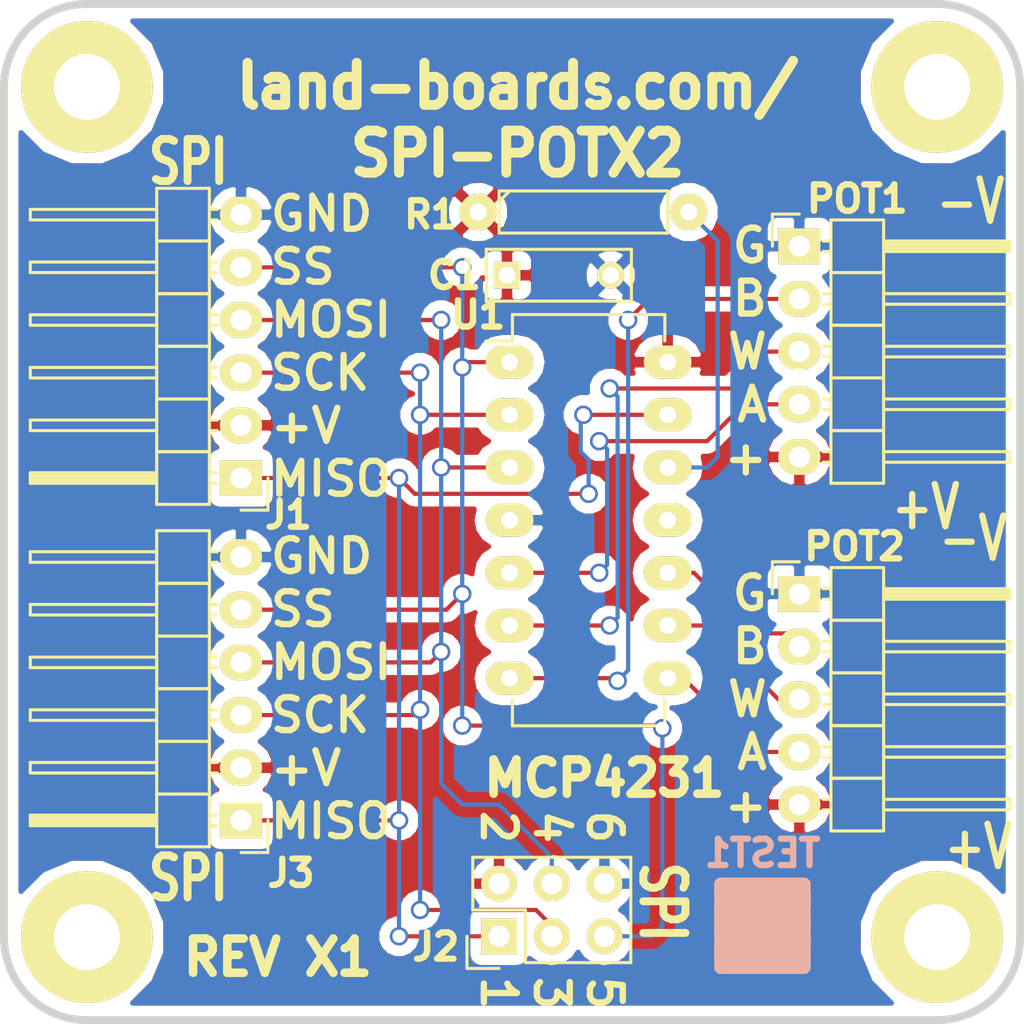
<source format=kicad_pcb>
(kicad_pcb (version 20171130) (host pcbnew "(5.1.10)-1")

  (general
    (thickness 1.6002)
    (drawings 24)
    (tracks 105)
    (zones 0)
    (modules 13)
    (nets 14)
  )

  (page A4)
  (title_block
    (date "6 jul 2012")
  )

  (layers
    (0 Front signal hide)
    (31 Back power)
    (36 B.SilkS user)
    (37 F.SilkS user)
    (38 B.Mask user)
    (39 F.Mask user)
    (40 Dwgs.User user)
    (41 Cmts.User user)
    (42 Eco1.User user)
    (43 Eco2.User user)
    (44 Edge.Cuts user)
  )

  (setup
    (last_trace_width 0.2032)
    (trace_clearance 0.254)
    (zone_clearance 0.508)
    (zone_45_only no)
    (trace_min 0.2032)
    (via_size 0.889)
    (via_drill 0.635)
    (via_min_size 0.889)
    (via_min_drill 0.508)
    (uvia_size 0.508)
    (uvia_drill 0.127)
    (uvias_allowed no)
    (uvia_min_size 0.508)
    (uvia_min_drill 0.127)
    (edge_width 0.381)
    (segment_width 0.381)
    (pcb_text_width 0.3048)
    (pcb_text_size 1.524 2.032)
    (mod_edge_width 0.381)
    (mod_text_size 1.27 1.27)
    (mod_text_width 0.3048)
    (pad_size 1.524 1.524)
    (pad_drill 0.8128)
    (pad_to_mask_clearance 0.254)
    (aux_axis_origin 0 0)
    (visible_elements 7FFFFF7F)
    (pcbplotparams
      (layerselection 0x010f0_80000001)
      (usegerberextensions true)
      (usegerberattributes true)
      (usegerberadvancedattributes true)
      (creategerberjobfile true)
      (excludeedgelayer true)
      (linewidth 0.150000)
      (plotframeref false)
      (viasonmask false)
      (mode 1)
      (useauxorigin false)
      (hpglpennumber 1)
      (hpglpenspeed 20)
      (hpglpendiameter 15.000000)
      (psnegative false)
      (psa4output false)
      (plotreference true)
      (plotvalue true)
      (plotinvisibletext false)
      (padsonsilk false)
      (subtractmaskfromsilk false)
      (outputformat 1)
      (mirror false)
      (drillshape 0)
      (scaleselection 1)
      (outputdirectory "plots/"))
  )

  (net 0 "")
  (net 1 /SCK)
  (net 2 GND)
  (net 3 /VCC)
  (net 4 /MISO)
  (net 5 /MOSI)
  (net 6 /SS)
  (net 7 /P1B)
  (net 8 /P1W)
  (net 9 /P1A)
  (net 10 /P0B)
  (net 11 /P0W)
  (net 12 /P0A)
  (net 13 /~SHDN)

  (net_class Default "This is the default net class."
    (clearance 0.254)
    (trace_width 0.2032)
    (via_dia 0.889)
    (via_drill 0.635)
    (uvia_dia 0.508)
    (uvia_drill 0.127)
    (add_net /MISO)
    (add_net /MOSI)
    (add_net /P0A)
    (add_net /P0B)
    (add_net /P0W)
    (add_net /P1A)
    (add_net /P1B)
    (add_net /P1W)
    (add_net /SCK)
    (add_net /SS)
    (add_net /VCC)
    (add_net /~SHDN)
    (add_net GND)
  )

  (module dougsLib:MTG-4-40 (layer Front) (tedit 561BB33E) (tstamp 561BC0D6)
    (at 4 45)
    (path /561CA6B9)
    (fp_text reference MTG5 (at 0.445 -0.55) (layer F.SilkS) hide
      (effects (font (size 1.27 1.27) (thickness 0.3048)))
    )
    (fp_text value MTG_HOLE (at -0.19 0.085) (layer F.SilkS) hide
      (effects (font (size 1.524 1.524) (thickness 0.3048)))
    )
    (pad 1 thru_hole circle (at 0 0) (size 6.35 6.35) (drill 3.175) (layers *.Cu *.Mask F.SilkS)
      (clearance 0.508))
  )

  (module dougsLib:MTG-4-40 (layer Front) (tedit 561BB34C) (tstamp 561BC0DB)
    (at 4 4)
    (path /561CA64B)
    (fp_text reference MTG6 (at -0.19 -0.19) (layer F.SilkS) hide
      (effects (font (size 1.27 1.27) (thickness 0.3048)))
    )
    (fp_text value MTG_HOLE (at -0.19 -0.19) (layer F.SilkS) hide
      (effects (font (size 1.524 1.524) (thickness 0.3048)))
    )
    (pad 1 thru_hole circle (at 0 0) (size 6.35 6.35) (drill 3.175) (layers *.Cu *.Mask F.SilkS)
      (clearance 0.508))
  )

  (module dougsLib:MTG-4-40 (layer Front) (tedit 561BB342) (tstamp 561BC0E0)
    (at 45 45)
    (path /561CA71B)
    (fp_text reference MTG7 (at 0.72 0.085) (layer F.SilkS) hide
      (effects (font (size 1.27 1.27) (thickness 0.3048)))
    )
    (fp_text value MTG_HOLE (at 0.72 0.085) (layer F.SilkS) hide
      (effects (font (size 1.524 1.524) (thickness 0.3048)))
    )
    (pad 1 thru_hole circle (at 0 0) (size 6.35 6.35) (drill 3.175) (layers *.Cu *.Mask F.SilkS)
      (clearance 0.508))
  )

  (module dougsLib:MTG-4-40 (layer Front) (tedit 561BB347) (tstamp 561BC0E5)
    (at 45 4)
    (path /561CA586)
    (fp_text reference MTG?1 (at 0.085 -0.19) (layer F.SilkS) hide
      (effects (font (size 1.27 1.27) (thickness 0.3048)))
    )
    (fp_text value MTG_HOLE (at -0.55 -0.19) (layer F.SilkS) hide
      (effects (font (size 1.524 1.524) (thickness 0.3048)))
    )
    (pad 1 thru_hole circle (at 0 0) (size 6.35 6.35) (drill 3.175) (layers *.Cu *.Mask F.SilkS)
      (clearance 0.508))
  )

  (module Pin_Headers:Pin_Header_Angled_1x06 (layer Front) (tedit 561CFD12) (tstamp 561C1594)
    (at 11.43 22.86 180)
    (descr "Through hole pin header")
    (tags "pin header")
    (path /561C211A)
    (fp_text reference J1 (at -2.286 -1.778 180) (layer F.SilkS)
      (effects (font (size 1.27 1.27) (thickness 0.3048)))
    )
    (fp_text value CONN_01X06 (at 0 -3.1 180) (layer Eco2.User) hide
      (effects (font (size 1 1) (thickness 0.15)))
    )
    (fp_line (start 1.524 3.81) (end 4.064 3.81) (layer F.SilkS) (width 0.15))
    (fp_line (start 1.524 3.81) (end 1.524 6.35) (layer F.SilkS) (width 0.15))
    (fp_line (start 1.524 6.35) (end 4.064 6.35) (layer F.SilkS) (width 0.15))
    (fp_line (start 4.064 4.826) (end 10.16 4.826) (layer F.SilkS) (width 0.15))
    (fp_line (start 10.16 4.826) (end 10.16 5.334) (layer F.SilkS) (width 0.15))
    (fp_line (start 10.16 5.334) (end 4.064 5.334) (layer F.SilkS) (width 0.15))
    (fp_line (start 4.064 6.35) (end 4.064 3.81) (layer F.SilkS) (width 0.15))
    (fp_line (start 4.064 8.89) (end 4.064 6.35) (layer F.SilkS) (width 0.15))
    (fp_line (start 10.16 7.874) (end 4.064 7.874) (layer F.SilkS) (width 0.15))
    (fp_line (start 10.16 7.366) (end 10.16 7.874) (layer F.SilkS) (width 0.15))
    (fp_line (start 4.064 7.366) (end 10.16 7.366) (layer F.SilkS) (width 0.15))
    (fp_line (start 1.524 8.89) (end 4.064 8.89) (layer F.SilkS) (width 0.15))
    (fp_line (start 1.524 6.35) (end 1.524 8.89) (layer F.SilkS) (width 0.15))
    (fp_line (start 1.524 6.35) (end 4.064 6.35) (layer F.SilkS) (width 0.15))
    (fp_line (start 1.524 11.43) (end 4.064 11.43) (layer F.SilkS) (width 0.15))
    (fp_line (start 1.524 11.43) (end 1.524 13.97) (layer F.SilkS) (width 0.15))
    (fp_line (start 1.524 13.97) (end 4.064 13.97) (layer F.SilkS) (width 0.15))
    (fp_line (start 4.064 12.446) (end 10.16 12.446) (layer F.SilkS) (width 0.15))
    (fp_line (start 10.16 12.446) (end 10.16 12.954) (layer F.SilkS) (width 0.15))
    (fp_line (start 10.16 12.954) (end 4.064 12.954) (layer F.SilkS) (width 0.15))
    (fp_line (start 4.064 13.97) (end 4.064 11.43) (layer F.SilkS) (width 0.15))
    (fp_line (start 4.064 11.43) (end 4.064 8.89) (layer F.SilkS) (width 0.15))
    (fp_line (start 10.16 10.414) (end 4.064 10.414) (layer F.SilkS) (width 0.15))
    (fp_line (start 10.16 9.906) (end 10.16 10.414) (layer F.SilkS) (width 0.15))
    (fp_line (start 4.064 9.906) (end 10.16 9.906) (layer F.SilkS) (width 0.15))
    (fp_line (start 1.524 11.43) (end 4.064 11.43) (layer F.SilkS) (width 0.15))
    (fp_line (start 1.524 8.89) (end 1.524 11.43) (layer F.SilkS) (width 0.15))
    (fp_line (start 1.524 8.89) (end 4.064 8.89) (layer F.SilkS) (width 0.15))
    (fp_line (start 1.524 -1.27) (end 1.524 1.27) (layer F.SilkS) (width 0.15))
    (fp_line (start 1.524 1.27) (end 4.064 1.27) (layer F.SilkS) (width 0.15))
    (fp_line (start 4.064 -0.254) (end 10.16 -0.254) (layer F.SilkS) (width 0.15))
    (fp_line (start 10.16 -0.254) (end 10.16 0.254) (layer F.SilkS) (width 0.15))
    (fp_line (start 10.16 0.254) (end 4.064 0.254) (layer F.SilkS) (width 0.15))
    (fp_line (start 4.064 1.27) (end 4.064 -1.27) (layer F.SilkS) (width 0.15))
    (fp_line (start 4.064 3.81) (end 4.064 1.27) (layer F.SilkS) (width 0.15))
    (fp_line (start 10.16 2.794) (end 4.064 2.794) (layer F.SilkS) (width 0.15))
    (fp_line (start 10.16 2.286) (end 10.16 2.794) (layer F.SilkS) (width 0.15))
    (fp_line (start 4.064 2.286) (end 10.16 2.286) (layer F.SilkS) (width 0.15))
    (fp_line (start 1.524 3.81) (end 4.064 3.81) (layer F.SilkS) (width 0.15))
    (fp_line (start 1.524 1.27) (end 1.524 3.81) (layer F.SilkS) (width 0.15))
    (fp_line (start 1.524 1.27) (end 4.064 1.27) (layer F.SilkS) (width 0.15))
    (fp_line (start 1.524 -1.27) (end 4.064 -1.27) (layer F.SilkS) (width 0.15))
    (fp_line (start 1.524 7.366) (end 1.143 7.366) (layer F.SilkS) (width 0.15))
    (fp_line (start 1.524 7.874) (end 1.143 7.874) (layer F.SilkS) (width 0.15))
    (fp_line (start 1.524 9.906) (end 1.143 9.906) (layer F.SilkS) (width 0.15))
    (fp_line (start 1.524 10.414) (end 1.143 10.414) (layer F.SilkS) (width 0.15))
    (fp_line (start 1.524 12.446) (end 1.143 12.446) (layer F.SilkS) (width 0.15))
    (fp_line (start 1.524 12.954) (end 1.143 12.954) (layer F.SilkS) (width 0.15))
    (fp_line (start 1.524 5.334) (end 1.143 5.334) (layer F.SilkS) (width 0.15))
    (fp_line (start 1.524 4.826) (end 1.143 4.826) (layer F.SilkS) (width 0.15))
    (fp_line (start 1.524 2.794) (end 1.143 2.794) (layer F.SilkS) (width 0.15))
    (fp_line (start 1.524 2.286) (end 1.143 2.286) (layer F.SilkS) (width 0.15))
    (fp_line (start 1.524 0.254) (end 1.143 0.254) (layer F.SilkS) (width 0.15))
    (fp_line (start 1.524 -0.254) (end 1.143 -0.254) (layer F.SilkS) (width 0.15))
    (fp_line (start 4.191 0) (end 10.033 0) (layer F.SilkS) (width 0.15))
    (fp_line (start 4.191 0.127) (end 4.191 0) (layer F.SilkS) (width 0.15))
    (fp_line (start 10.033 0.127) (end 4.191 0.127) (layer F.SilkS) (width 0.15))
    (fp_line (start 10.033 -0.127) (end 10.033 0.127) (layer F.SilkS) (width 0.15))
    (fp_line (start 4.191 -0.127) (end 10.033 -0.127) (layer F.SilkS) (width 0.15))
    (fp_line (start 0 -1.55) (end -1.3 -1.55) (layer F.SilkS) (width 0.15))
    (fp_line (start -1.3 -1.55) (end -1.3 0) (layer F.SilkS) (width 0.15))
    (fp_line (start -1.5 14.45) (end 10.65 14.45) (layer F.CrtYd) (width 0.05))
    (fp_line (start -1.5 -1.75) (end 10.65 -1.75) (layer F.CrtYd) (width 0.05))
    (fp_line (start 10.65 -1.75) (end 10.65 14.45) (layer F.CrtYd) (width 0.05))
    (fp_line (start -1.5 -1.75) (end -1.5 14.45) (layer F.CrtYd) (width 0.05))
    (pad 1 thru_hole rect (at 0 0 180) (size 2.032 1.7272) (drill 1.016) (layers *.Cu *.Mask F.SilkS)
      (net 4 /MISO))
    (pad 2 thru_hole oval (at 0 2.54 180) (size 2.032 1.7272) (drill 1.016) (layers *.Cu *.Mask F.SilkS)
      (net 3 /VCC))
    (pad 3 thru_hole oval (at 0 5.08 180) (size 2.032 1.7272) (drill 1.016) (layers *.Cu *.Mask F.SilkS)
      (net 1 /SCK))
    (pad 4 thru_hole oval (at 0 7.62 180) (size 2.032 1.7272) (drill 1.016) (layers *.Cu *.Mask F.SilkS)
      (net 5 /MOSI))
    (pad 5 thru_hole oval (at 0 10.16 180) (size 2.032 1.7272) (drill 1.016) (layers *.Cu *.Mask F.SilkS)
      (net 6 /SS))
    (pad 6 thru_hole oval (at 0 12.7 180) (size 2.032 1.7272) (drill 1.016) (layers *.Cu *.Mask F.SilkS)
      (net 2 GND))
    (model Pin_Headers.3dshapes/Pin_Header_Angled_1x06.wrl
      (offset (xyz 0 -6.349999904632568 0))
      (scale (xyz 1 1 1))
      (rotate (xyz 0 0 90))
    )
  )

  (module Pin_Headers:Pin_Header_Straight_2x03 (layer Front) (tedit 561CFB86) (tstamp 561C15DE)
    (at 23.876 44.958 90)
    (descr "Through hole pin header")
    (tags "pin header")
    (path /561C2277)
    (fp_text reference J2 (at -0.508 -3.048 180) (layer F.SilkS)
      (effects (font (size 1.27 1.27) (thickness 0.3048)))
    )
    (fp_text value CONN_02X03 (at 0 -3.1 90) (layer Eco2.User) hide
      (effects (font (size 1 1) (thickness 0.15)))
    )
    (fp_line (start 3.81 1.27) (end 3.81 -1.27) (layer F.SilkS) (width 0.15))
    (fp_line (start 3.81 -1.27) (end 1.27 -1.27) (layer F.SilkS) (width 0.15))
    (fp_line (start -1.55 -1.55) (end -1.55 0) (layer F.SilkS) (width 0.15))
    (fp_line (start 3.81 6.35) (end 3.81 1.27) (layer F.SilkS) (width 0.15))
    (fp_line (start -1.27 6.35) (end 3.81 6.35) (layer F.SilkS) (width 0.15))
    (fp_line (start 1.27 1.27) (end -1.27 1.27) (layer F.SilkS) (width 0.15))
    (fp_line (start 1.27 -1.27) (end 1.27 1.27) (layer F.SilkS) (width 0.15))
    (fp_line (start -1.75 6.85) (end 4.3 6.85) (layer F.CrtYd) (width 0.05))
    (fp_line (start -1.75 -1.75) (end 4.3 -1.75) (layer F.CrtYd) (width 0.05))
    (fp_line (start 4.3 -1.75) (end 4.3 6.85) (layer F.CrtYd) (width 0.05))
    (fp_line (start -1.75 -1.75) (end -1.75 6.85) (layer F.CrtYd) (width 0.05))
    (fp_line (start -1.55 -1.55) (end 0 -1.55) (layer F.SilkS) (width 0.15))
    (fp_line (start -1.27 1.27) (end -1.27 6.35) (layer F.SilkS) (width 0.15))
    (pad 1 thru_hole rect (at 0 0 90) (size 1.7272 1.7272) (drill 1.016) (layers *.Cu *.Mask F.SilkS)
      (net 4 /MISO))
    (pad 2 thru_hole oval (at 2.54 0 90) (size 1.7272 1.7272) (drill 1.016) (layers *.Cu *.Mask F.SilkS)
      (net 3 /VCC))
    (pad 3 thru_hole oval (at 0 2.54 90) (size 1.7272 1.7272) (drill 1.016) (layers *.Cu *.Mask F.SilkS)
      (net 1 /SCK))
    (pad 4 thru_hole oval (at 2.54 2.54 90) (size 1.7272 1.7272) (drill 1.016) (layers *.Cu *.Mask F.SilkS)
      (net 5 /MOSI))
    (pad 5 thru_hole oval (at 0 5.08 90) (size 1.7272 1.7272) (drill 1.016) (layers *.Cu *.Mask F.SilkS)
      (net 6 /SS))
    (pad 6 thru_hole oval (at 2.54 5.08 90) (size 1.7272 1.7272) (drill 1.016) (layers *.Cu *.Mask F.SilkS)
      (net 2 GND))
    (model Pin_Headers.3dshapes/Pin_Header_Straight_2x03.wrl
      (offset (xyz 1.269999980926514 -2.539999961853027 0))
      (scale (xyz 1 1 1))
      (rotate (xyz 0 0 90))
    )
  )

  (module Pin_Headers:Pin_Header_Angled_1x06 (layer Front) (tedit 561CFD14) (tstamp 561C163E)
    (at 11.43 39.37 180)
    (descr "Through hole pin header")
    (tags "pin header")
    (path /561C3759)
    (fp_text reference J3 (at -2.413 -2.54 180) (layer F.SilkS)
      (effects (font (size 1.27 1.27) (thickness 0.3048)))
    )
    (fp_text value CONN_01X06 (at 0 -3.1 180) (layer Eco2.User) hide
      (effects (font (size 1 1) (thickness 0.15)))
    )
    (fp_line (start 1.524 3.81) (end 4.064 3.81) (layer F.SilkS) (width 0.15))
    (fp_line (start 1.524 3.81) (end 1.524 6.35) (layer F.SilkS) (width 0.15))
    (fp_line (start 1.524 6.35) (end 4.064 6.35) (layer F.SilkS) (width 0.15))
    (fp_line (start 4.064 4.826) (end 10.16 4.826) (layer F.SilkS) (width 0.15))
    (fp_line (start 10.16 4.826) (end 10.16 5.334) (layer F.SilkS) (width 0.15))
    (fp_line (start 10.16 5.334) (end 4.064 5.334) (layer F.SilkS) (width 0.15))
    (fp_line (start 4.064 6.35) (end 4.064 3.81) (layer F.SilkS) (width 0.15))
    (fp_line (start 4.064 8.89) (end 4.064 6.35) (layer F.SilkS) (width 0.15))
    (fp_line (start 10.16 7.874) (end 4.064 7.874) (layer F.SilkS) (width 0.15))
    (fp_line (start 10.16 7.366) (end 10.16 7.874) (layer F.SilkS) (width 0.15))
    (fp_line (start 4.064 7.366) (end 10.16 7.366) (layer F.SilkS) (width 0.15))
    (fp_line (start 1.524 8.89) (end 4.064 8.89) (layer F.SilkS) (width 0.15))
    (fp_line (start 1.524 6.35) (end 1.524 8.89) (layer F.SilkS) (width 0.15))
    (fp_line (start 1.524 6.35) (end 4.064 6.35) (layer F.SilkS) (width 0.15))
    (fp_line (start 1.524 11.43) (end 4.064 11.43) (layer F.SilkS) (width 0.15))
    (fp_line (start 1.524 11.43) (end 1.524 13.97) (layer F.SilkS) (width 0.15))
    (fp_line (start 1.524 13.97) (end 4.064 13.97) (layer F.SilkS) (width 0.15))
    (fp_line (start 4.064 12.446) (end 10.16 12.446) (layer F.SilkS) (width 0.15))
    (fp_line (start 10.16 12.446) (end 10.16 12.954) (layer F.SilkS) (width 0.15))
    (fp_line (start 10.16 12.954) (end 4.064 12.954) (layer F.SilkS) (width 0.15))
    (fp_line (start 4.064 13.97) (end 4.064 11.43) (layer F.SilkS) (width 0.15))
    (fp_line (start 4.064 11.43) (end 4.064 8.89) (layer F.SilkS) (width 0.15))
    (fp_line (start 10.16 10.414) (end 4.064 10.414) (layer F.SilkS) (width 0.15))
    (fp_line (start 10.16 9.906) (end 10.16 10.414) (layer F.SilkS) (width 0.15))
    (fp_line (start 4.064 9.906) (end 10.16 9.906) (layer F.SilkS) (width 0.15))
    (fp_line (start 1.524 11.43) (end 4.064 11.43) (layer F.SilkS) (width 0.15))
    (fp_line (start 1.524 8.89) (end 1.524 11.43) (layer F.SilkS) (width 0.15))
    (fp_line (start 1.524 8.89) (end 4.064 8.89) (layer F.SilkS) (width 0.15))
    (fp_line (start 1.524 -1.27) (end 1.524 1.27) (layer F.SilkS) (width 0.15))
    (fp_line (start 1.524 1.27) (end 4.064 1.27) (layer F.SilkS) (width 0.15))
    (fp_line (start 4.064 -0.254) (end 10.16 -0.254) (layer F.SilkS) (width 0.15))
    (fp_line (start 10.16 -0.254) (end 10.16 0.254) (layer F.SilkS) (width 0.15))
    (fp_line (start 10.16 0.254) (end 4.064 0.254) (layer F.SilkS) (width 0.15))
    (fp_line (start 4.064 1.27) (end 4.064 -1.27) (layer F.SilkS) (width 0.15))
    (fp_line (start 4.064 3.81) (end 4.064 1.27) (layer F.SilkS) (width 0.15))
    (fp_line (start 10.16 2.794) (end 4.064 2.794) (layer F.SilkS) (width 0.15))
    (fp_line (start 10.16 2.286) (end 10.16 2.794) (layer F.SilkS) (width 0.15))
    (fp_line (start 4.064 2.286) (end 10.16 2.286) (layer F.SilkS) (width 0.15))
    (fp_line (start 1.524 3.81) (end 4.064 3.81) (layer F.SilkS) (width 0.15))
    (fp_line (start 1.524 1.27) (end 1.524 3.81) (layer F.SilkS) (width 0.15))
    (fp_line (start 1.524 1.27) (end 4.064 1.27) (layer F.SilkS) (width 0.15))
    (fp_line (start 1.524 -1.27) (end 4.064 -1.27) (layer F.SilkS) (width 0.15))
    (fp_line (start 1.524 7.366) (end 1.143 7.366) (layer F.SilkS) (width 0.15))
    (fp_line (start 1.524 7.874) (end 1.143 7.874) (layer F.SilkS) (width 0.15))
    (fp_line (start 1.524 9.906) (end 1.143 9.906) (layer F.SilkS) (width 0.15))
    (fp_line (start 1.524 10.414) (end 1.143 10.414) (layer F.SilkS) (width 0.15))
    (fp_line (start 1.524 12.446) (end 1.143 12.446) (layer F.SilkS) (width 0.15))
    (fp_line (start 1.524 12.954) (end 1.143 12.954) (layer F.SilkS) (width 0.15))
    (fp_line (start 1.524 5.334) (end 1.143 5.334) (layer F.SilkS) (width 0.15))
    (fp_line (start 1.524 4.826) (end 1.143 4.826) (layer F.SilkS) (width 0.15))
    (fp_line (start 1.524 2.794) (end 1.143 2.794) (layer F.SilkS) (width 0.15))
    (fp_line (start 1.524 2.286) (end 1.143 2.286) (layer F.SilkS) (width 0.15))
    (fp_line (start 1.524 0.254) (end 1.143 0.254) (layer F.SilkS) (width 0.15))
    (fp_line (start 1.524 -0.254) (end 1.143 -0.254) (layer F.SilkS) (width 0.15))
    (fp_line (start 4.191 0) (end 10.033 0) (layer F.SilkS) (width 0.15))
    (fp_line (start 4.191 0.127) (end 4.191 0) (layer F.SilkS) (width 0.15))
    (fp_line (start 10.033 0.127) (end 4.191 0.127) (layer F.SilkS) (width 0.15))
    (fp_line (start 10.033 -0.127) (end 10.033 0.127) (layer F.SilkS) (width 0.15))
    (fp_line (start 4.191 -0.127) (end 10.033 -0.127) (layer F.SilkS) (width 0.15))
    (fp_line (start 0 -1.55) (end -1.3 -1.55) (layer F.SilkS) (width 0.15))
    (fp_line (start -1.3 -1.55) (end -1.3 0) (layer F.SilkS) (width 0.15))
    (fp_line (start -1.5 14.45) (end 10.65 14.45) (layer F.CrtYd) (width 0.05))
    (fp_line (start -1.5 -1.75) (end 10.65 -1.75) (layer F.CrtYd) (width 0.05))
    (fp_line (start 10.65 -1.75) (end 10.65 14.45) (layer F.CrtYd) (width 0.05))
    (fp_line (start -1.5 -1.75) (end -1.5 14.45) (layer F.CrtYd) (width 0.05))
    (pad 1 thru_hole rect (at 0 0 180) (size 2.032 1.7272) (drill 1.016) (layers *.Cu *.Mask F.SilkS)
      (net 4 /MISO))
    (pad 2 thru_hole oval (at 0 2.54 180) (size 2.032 1.7272) (drill 1.016) (layers *.Cu *.Mask F.SilkS)
      (net 3 /VCC))
    (pad 3 thru_hole oval (at 0 5.08 180) (size 2.032 1.7272) (drill 1.016) (layers *.Cu *.Mask F.SilkS)
      (net 1 /SCK))
    (pad 4 thru_hole oval (at 0 7.62 180) (size 2.032 1.7272) (drill 1.016) (layers *.Cu *.Mask F.SilkS)
      (net 5 /MOSI))
    (pad 5 thru_hole oval (at 0 10.16 180) (size 2.032 1.7272) (drill 1.016) (layers *.Cu *.Mask F.SilkS)
      (net 6 /SS))
    (pad 6 thru_hole oval (at 0 12.7 180) (size 2.032 1.7272) (drill 1.016) (layers *.Cu *.Mask F.SilkS)
      (net 2 GND))
    (model Pin_Headers.3dshapes/Pin_Header_Angled_1x06.wrl
      (offset (xyz 0 -6.349999904632568 0))
      (scale (xyz 1 1 1))
      (rotate (xyz 0 0 90))
    )
  )

  (module DougsNewMods:TEST_BLK-REAR (layer Front) (tedit 56264D19) (tstamp 561C1682)
    (at 36.576 44.45)
    (path /561D0970)
    (fp_text reference TEST1 (at 0 -3.5) (layer B.SilkS)
      (effects (font (size 1.27 1.27) (thickness 0.3048)) (justify mirror))
    )
    (fp_text value TEST (at 0 4) (layer F.SilkS) hide
      (effects (font (size 1.524 1.524) (thickness 0.3048)))
    )
    (fp_line (start -2 1.5) (end 2 1.5) (layer B.SilkS) (width 0.65))
    (fp_line (start -2 1) (end -2 1.5) (layer B.SilkS) (width 0.65))
    (fp_line (start 2 1) (end -2 1) (layer B.SilkS) (width 0.65))
    (fp_line (start 2 0.5) (end 2 1) (layer B.SilkS) (width 0.65))
    (fp_line (start 1.5 0.5) (end 2 0.5) (layer B.SilkS) (width 0.65))
    (fp_line (start -2 0.5) (end 1.5 0.5) (layer B.SilkS) (width 0.65))
    (fp_line (start -2 0) (end -2 0.5) (layer B.SilkS) (width 0.65))
    (fp_line (start 2 0) (end -2 0) (layer B.SilkS) (width 0.65))
    (fp_line (start 2 -0.5) (end 2 0) (layer B.SilkS) (width 0.65))
    (fp_line (start -2 -0.5) (end 2 -0.5) (layer B.SilkS) (width 0.65))
    (fp_line (start -2 -1) (end -2 -0.5) (layer B.SilkS) (width 0.65))
    (fp_line (start 2 -1) (end -2 -1) (layer B.SilkS) (width 0.65))
    (fp_line (start 2 -1.5) (end 2 -1) (layer B.SilkS) (width 0.65))
    (fp_line (start -2 -1.5) (end 2 -1.5) (layer B.SilkS) (width 0.65))
    (fp_line (start -2 -2) (end -2 -1.5) (layer B.SilkS) (width 0.65))
    (fp_line (start -2 2) (end -2 -2) (layer B.SilkS) (width 0.65))
    (fp_line (start 2 2) (end -2 2) (layer B.SilkS) (width 0.65))
    (fp_line (start 2 -2) (end 2 2) (layer B.SilkS) (width 0.65))
    (fp_line (start -2 -2) (end 2 -2) (layer B.SilkS) (width 0.65))
  )

  (module Capacitors_ThroughHole:C_Rect_L7_W2.5_P5 (layer Front) (tedit 562552A8) (tstamp 561C1956)
    (at 24.257 13.081)
    (descr "Film Capacitor Length 7mm x Width 2.5mm, Pitch 5mm")
    (tags Capacitor)
    (path /4FECD7AF)
    (fp_text reference C1 (at -2.54 0) (layer F.SilkS)
      (effects (font (size 1.27 1.27) (thickness 0.3048)))
    )
    (fp_text value 0.1uF (at 2.5 2.5) (layer Eco2.User) hide
      (effects (font (size 1 1) (thickness 0.15)))
    )
    (fp_line (start -1 1.25) (end -1 -1.25) (layer F.SilkS) (width 0.15))
    (fp_line (start 6 1.25) (end -1 1.25) (layer F.SilkS) (width 0.15))
    (fp_line (start 6 -1.25) (end 6 1.25) (layer F.SilkS) (width 0.15))
    (fp_line (start -1 -1.25) (end 6 -1.25) (layer F.SilkS) (width 0.15))
    (fp_line (start -1.25 1.5) (end -1.25 -1.5) (layer F.CrtYd) (width 0.05))
    (fp_line (start 6.25 1.5) (end -1.25 1.5) (layer F.CrtYd) (width 0.05))
    (fp_line (start 6.25 -1.5) (end 6.25 1.5) (layer F.CrtYd) (width 0.05))
    (fp_line (start -1.25 -1.5) (end 6.25 -1.5) (layer F.CrtYd) (width 0.05))
    (pad 1 thru_hole rect (at 0 0) (size 1.3 1.3) (drill 0.8) (layers *.Cu *.Mask F.SilkS)
      (net 3 /VCC))
    (pad 2 thru_hole circle (at 5 0) (size 1.3 1.3) (drill 0.8) (layers *.Cu *.Mask F.SilkS)
      (net 2 GND))
  )

  (module Pin_Headers:Pin_Header_Angled_1x05 (layer Front) (tedit 561D01B0) (tstamp 561CFA78)
    (at 38.354 11.684)
    (descr "Through hole pin header")
    (tags "pin header")
    (path /561D2173)
    (fp_text reference POT1 (at 2.794 -2.286) (layer F.SilkS)
      (effects (font (size 1.27 1.27) (thickness 0.3048)))
    )
    (fp_text value CONN_01X05 (at 0 -3.1) (layer Eco1.User) hide
      (effects (font (size 1 1) (thickness 0.15)))
    )
    (fp_line (start 1.524 6.35) (end 4.064 6.35) (layer F.SilkS) (width 0.15))
    (fp_line (start 1.524 6.35) (end 1.524 8.89) (layer F.SilkS) (width 0.15))
    (fp_line (start 1.524 8.89) (end 4.064 8.89) (layer F.SilkS) (width 0.15))
    (fp_line (start 4.064 7.366) (end 10.16 7.366) (layer F.SilkS) (width 0.15))
    (fp_line (start 10.16 7.366) (end 10.16 7.874) (layer F.SilkS) (width 0.15))
    (fp_line (start 10.16 7.874) (end 4.064 7.874) (layer F.SilkS) (width 0.15))
    (fp_line (start 4.064 8.89) (end 4.064 6.35) (layer F.SilkS) (width 0.15))
    (fp_line (start 4.064 11.43) (end 4.064 8.89) (layer F.SilkS) (width 0.15))
    (fp_line (start 10.16 10.414) (end 4.064 10.414) (layer F.SilkS) (width 0.15))
    (fp_line (start 10.16 9.906) (end 10.16 10.414) (layer F.SilkS) (width 0.15))
    (fp_line (start 4.064 9.906) (end 10.16 9.906) (layer F.SilkS) (width 0.15))
    (fp_line (start 1.524 11.43) (end 4.064 11.43) (layer F.SilkS) (width 0.15))
    (fp_line (start 1.524 8.89) (end 1.524 11.43) (layer F.SilkS) (width 0.15))
    (fp_line (start 1.524 8.89) (end 4.064 8.89) (layer F.SilkS) (width 0.15))
    (fp_line (start 1.524 1.27) (end 4.064 1.27) (layer F.SilkS) (width 0.15))
    (fp_line (start 1.524 1.27) (end 1.524 3.81) (layer F.SilkS) (width 0.15))
    (fp_line (start 1.524 3.81) (end 4.064 3.81) (layer F.SilkS) (width 0.15))
    (fp_line (start 4.064 2.286) (end 10.16 2.286) (layer F.SilkS) (width 0.15))
    (fp_line (start 10.16 2.286) (end 10.16 2.794) (layer F.SilkS) (width 0.15))
    (fp_line (start 10.16 2.794) (end 4.064 2.794) (layer F.SilkS) (width 0.15))
    (fp_line (start 4.064 3.81) (end 4.064 1.27) (layer F.SilkS) (width 0.15))
    (fp_line (start 4.064 6.35) (end 4.064 3.81) (layer F.SilkS) (width 0.15))
    (fp_line (start 10.16 5.334) (end 4.064 5.334) (layer F.SilkS) (width 0.15))
    (fp_line (start 10.16 4.826) (end 10.16 5.334) (layer F.SilkS) (width 0.15))
    (fp_line (start 4.064 4.826) (end 10.16 4.826) (layer F.SilkS) (width 0.15))
    (fp_line (start 1.524 6.35) (end 4.064 6.35) (layer F.SilkS) (width 0.15))
    (fp_line (start 1.524 3.81) (end 1.524 6.35) (layer F.SilkS) (width 0.15))
    (fp_line (start 1.524 3.81) (end 4.064 3.81) (layer F.SilkS) (width 0.15))
    (fp_line (start 1.524 -1.27) (end 4.064 -1.27) (layer F.SilkS) (width 0.15))
    (fp_line (start 1.524 -1.27) (end 1.524 1.27) (layer F.SilkS) (width 0.15))
    (fp_line (start 1.524 1.27) (end 4.064 1.27) (layer F.SilkS) (width 0.15))
    (fp_line (start 4.064 -0.254) (end 10.16 -0.254) (layer F.SilkS) (width 0.15))
    (fp_line (start 10.16 -0.254) (end 10.16 0.254) (layer F.SilkS) (width 0.15))
    (fp_line (start 10.16 0.254) (end 4.064 0.254) (layer F.SilkS) (width 0.15))
    (fp_line (start 4.064 1.27) (end 4.064 -1.27) (layer F.SilkS) (width 0.15))
    (fp_line (start 1.524 9.906) (end 1.143 9.906) (layer F.SilkS) (width 0.15))
    (fp_line (start 1.524 10.414) (end 1.143 10.414) (layer F.SilkS) (width 0.15))
    (fp_line (start 1.524 7.874) (end 1.143 7.874) (layer F.SilkS) (width 0.15))
    (fp_line (start 1.524 7.366) (end 1.143 7.366) (layer F.SilkS) (width 0.15))
    (fp_line (start 1.524 5.334) (end 1.143 5.334) (layer F.SilkS) (width 0.15))
    (fp_line (start 1.524 4.826) (end 1.143 4.826) (layer F.SilkS) (width 0.15))
    (fp_line (start 1.524 2.794) (end 1.143 2.794) (layer F.SilkS) (width 0.15))
    (fp_line (start 1.524 2.286) (end 1.143 2.286) (layer F.SilkS) (width 0.15))
    (fp_line (start 1.524 0.254) (end 1.143 0.254) (layer F.SilkS) (width 0.15))
    (fp_line (start 1.524 -0.254) (end 1.143 -0.254) (layer F.SilkS) (width 0.15))
    (fp_line (start 4.191 0) (end 10.033 0) (layer F.SilkS) (width 0.15))
    (fp_line (start 4.191 0.127) (end 4.191 0) (layer F.SilkS) (width 0.15))
    (fp_line (start 10.033 0.127) (end 4.191 0.127) (layer F.SilkS) (width 0.15))
    (fp_line (start 10.033 -0.127) (end 10.033 0.127) (layer F.SilkS) (width 0.15))
    (fp_line (start 4.191 -0.127) (end 10.033 -0.127) (layer F.SilkS) (width 0.15))
    (fp_line (start 0 -1.55) (end -1.3 -1.55) (layer F.SilkS) (width 0.15))
    (fp_line (start -1.3 -1.55) (end -1.3 0) (layer F.SilkS) (width 0.15))
    (fp_line (start -1.5 11.95) (end 10.65 11.95) (layer F.CrtYd) (width 0.05))
    (fp_line (start -1.5 -1.75) (end 10.65 -1.75) (layer F.CrtYd) (width 0.05))
    (fp_line (start 10.65 -1.75) (end 10.65 11.95) (layer F.CrtYd) (width 0.05))
    (fp_line (start -1.5 -1.75) (end -1.5 11.95) (layer F.CrtYd) (width 0.05))
    (pad 1 thru_hole rect (at 0 0) (size 2.032 1.7272) (drill 1.016) (layers *.Cu *.Mask F.SilkS)
      (net 2 GND))
    (pad 2 thru_hole oval (at 0 2.54) (size 2.032 1.7272) (drill 1.016) (layers *.Cu *.Mask F.SilkS)
      (net 7 /P1B))
    (pad 3 thru_hole oval (at 0 5.08) (size 2.032 1.7272) (drill 1.016) (layers *.Cu *.Mask F.SilkS)
      (net 8 /P1W))
    (pad 4 thru_hole oval (at 0 7.62) (size 2.032 1.7272) (drill 1.016) (layers *.Cu *.Mask F.SilkS)
      (net 9 /P1A))
    (pad 5 thru_hole oval (at 0 10.16) (size 2.032 1.7272) (drill 1.016) (layers *.Cu *.Mask F.SilkS)
      (net 3 /VCC))
    (model Pin_Headers.3dshapes/Pin_Header_Angled_1x05.wrl
      (offset (xyz 0 -5.079999923706055 0))
      (scale (xyz 1 1 1))
      (rotate (xyz 0 0 90))
    )
  )

  (module Pin_Headers:Pin_Header_Angled_1x05 (layer Front) (tedit 562163BA) (tstamp 561CFAF8)
    (at 38.354 28.448)
    (descr "Through hole pin header")
    (tags "pin header")
    (path /561D2212)
    (fp_text reference POT2 (at 2.667 -2.286) (layer F.SilkS)
      (effects (font (size 1.27 1.27) (thickness 0.3048)))
    )
    (fp_text value CONN_01X05 (at 0 -3.1) (layer Eco1.User) hide
      (effects (font (size 1 1) (thickness 0.15)))
    )
    (fp_line (start 1.524 6.35) (end 4.064 6.35) (layer F.SilkS) (width 0.15))
    (fp_line (start 1.524 6.35) (end 1.524 8.89) (layer F.SilkS) (width 0.15))
    (fp_line (start 1.524 8.89) (end 4.064 8.89) (layer F.SilkS) (width 0.15))
    (fp_line (start 4.064 7.366) (end 10.16 7.366) (layer F.SilkS) (width 0.15))
    (fp_line (start 10.16 7.366) (end 10.16 7.874) (layer F.SilkS) (width 0.15))
    (fp_line (start 10.16 7.874) (end 4.064 7.874) (layer F.SilkS) (width 0.15))
    (fp_line (start 4.064 8.89) (end 4.064 6.35) (layer F.SilkS) (width 0.15))
    (fp_line (start 4.064 11.43) (end 4.064 8.89) (layer F.SilkS) (width 0.15))
    (fp_line (start 10.16 10.414) (end 4.064 10.414) (layer F.SilkS) (width 0.15))
    (fp_line (start 10.16 9.906) (end 10.16 10.414) (layer F.SilkS) (width 0.15))
    (fp_line (start 4.064 9.906) (end 10.16 9.906) (layer F.SilkS) (width 0.15))
    (fp_line (start 1.524 11.43) (end 4.064 11.43) (layer F.SilkS) (width 0.15))
    (fp_line (start 1.524 8.89) (end 1.524 11.43) (layer F.SilkS) (width 0.15))
    (fp_line (start 1.524 8.89) (end 4.064 8.89) (layer F.SilkS) (width 0.15))
    (fp_line (start 1.524 1.27) (end 4.064 1.27) (layer F.SilkS) (width 0.15))
    (fp_line (start 1.524 1.27) (end 1.524 3.81) (layer F.SilkS) (width 0.15))
    (fp_line (start 1.524 3.81) (end 4.064 3.81) (layer F.SilkS) (width 0.15))
    (fp_line (start 4.064 2.286) (end 10.16 2.286) (layer F.SilkS) (width 0.15))
    (fp_line (start 10.16 2.286) (end 10.16 2.794) (layer F.SilkS) (width 0.15))
    (fp_line (start 10.16 2.794) (end 4.064 2.794) (layer F.SilkS) (width 0.15))
    (fp_line (start 4.064 3.81) (end 4.064 1.27) (layer F.SilkS) (width 0.15))
    (fp_line (start 4.064 6.35) (end 4.064 3.81) (layer F.SilkS) (width 0.15))
    (fp_line (start 10.16 5.334) (end 4.064 5.334) (layer F.SilkS) (width 0.15))
    (fp_line (start 10.16 4.826) (end 10.16 5.334) (layer F.SilkS) (width 0.15))
    (fp_line (start 4.064 4.826) (end 10.16 4.826) (layer F.SilkS) (width 0.15))
    (fp_line (start 1.524 6.35) (end 4.064 6.35) (layer F.SilkS) (width 0.15))
    (fp_line (start 1.524 3.81) (end 1.524 6.35) (layer F.SilkS) (width 0.15))
    (fp_line (start 1.524 3.81) (end 4.064 3.81) (layer F.SilkS) (width 0.15))
    (fp_line (start 1.524 -1.27) (end 4.064 -1.27) (layer F.SilkS) (width 0.15))
    (fp_line (start 1.524 -1.27) (end 1.524 1.27) (layer F.SilkS) (width 0.15))
    (fp_line (start 1.524 1.27) (end 4.064 1.27) (layer F.SilkS) (width 0.15))
    (fp_line (start 4.064 -0.254) (end 10.16 -0.254) (layer F.SilkS) (width 0.15))
    (fp_line (start 10.16 -0.254) (end 10.16 0.254) (layer F.SilkS) (width 0.15))
    (fp_line (start 10.16 0.254) (end 4.064 0.254) (layer F.SilkS) (width 0.15))
    (fp_line (start 4.064 1.27) (end 4.064 -1.27) (layer F.SilkS) (width 0.15))
    (fp_line (start 1.524 9.906) (end 1.143 9.906) (layer F.SilkS) (width 0.15))
    (fp_line (start 1.524 10.414) (end 1.143 10.414) (layer F.SilkS) (width 0.15))
    (fp_line (start 1.524 7.874) (end 1.143 7.874) (layer F.SilkS) (width 0.15))
    (fp_line (start 1.524 7.366) (end 1.143 7.366) (layer F.SilkS) (width 0.15))
    (fp_line (start 1.524 5.334) (end 1.143 5.334) (layer F.SilkS) (width 0.15))
    (fp_line (start 1.524 4.826) (end 1.143 4.826) (layer F.SilkS) (width 0.15))
    (fp_line (start 1.524 2.794) (end 1.143 2.794) (layer F.SilkS) (width 0.15))
    (fp_line (start 1.524 2.286) (end 1.143 2.286) (layer F.SilkS) (width 0.15))
    (fp_line (start 1.524 0.254) (end 1.143 0.254) (layer F.SilkS) (width 0.15))
    (fp_line (start 1.524 -0.254) (end 1.143 -0.254) (layer F.SilkS) (width 0.15))
    (fp_line (start 4.191 0) (end 10.033 0) (layer F.SilkS) (width 0.15))
    (fp_line (start 4.191 0.127) (end 4.191 0) (layer F.SilkS) (width 0.15))
    (fp_line (start 10.033 0.127) (end 4.191 0.127) (layer F.SilkS) (width 0.15))
    (fp_line (start 10.033 -0.127) (end 10.033 0.127) (layer F.SilkS) (width 0.15))
    (fp_line (start 4.191 -0.127) (end 10.033 -0.127) (layer F.SilkS) (width 0.15))
    (fp_line (start 0 -1.55) (end -1.3 -1.55) (layer F.SilkS) (width 0.15))
    (fp_line (start -1.3 -1.55) (end -1.3 0) (layer F.SilkS) (width 0.15))
    (fp_line (start -1.5 11.95) (end 10.65 11.95) (layer F.CrtYd) (width 0.05))
    (fp_line (start -1.5 -1.75) (end 10.65 -1.75) (layer F.CrtYd) (width 0.05))
    (fp_line (start 10.65 -1.75) (end 10.65 11.95) (layer F.CrtYd) (width 0.05))
    (fp_line (start -1.5 -1.75) (end -1.5 11.95) (layer F.CrtYd) (width 0.05))
    (pad 1 thru_hole rect (at 0 0) (size 2.032 1.7272) (drill 1.016) (layers *.Cu *.Mask F.SilkS)
      (net 2 GND))
    (pad 2 thru_hole oval (at 0 2.54) (size 2.032 1.7272) (drill 1.016) (layers *.Cu *.Mask F.SilkS)
      (net 10 /P0B))
    (pad 3 thru_hole oval (at 0 5.08) (size 2.032 1.7272) (drill 1.016) (layers *.Cu *.Mask F.SilkS)
      (net 11 /P0W))
    (pad 4 thru_hole oval (at 0 7.62) (size 2.032 1.7272) (drill 1.016) (layers *.Cu *.Mask F.SilkS)
      (net 12 /P0A))
    (pad 5 thru_hole oval (at 0 10.16) (size 2.032 1.7272) (drill 1.016) (layers *.Cu *.Mask F.SilkS)
      (net 3 /VCC))
    (model Pin_Headers.3dshapes/Pin_Header_Angled_1x05.wrl
      (offset (xyz 0 -5.079999923706055 0))
      (scale (xyz 1 1 1))
      (rotate (xyz 0 0 90))
    )
  )

  (module Discret:R4-LARGE_PADS (layer Front) (tedit 56255271) (tstamp 561CFB06)
    (at 27.94 10.033)
    (descr "Resitance 4 pas")
    (tags R)
    (path /561D0FAB)
    (fp_text reference R1 (at -7.366 0.127 180) (layer F.SilkS)
      (effects (font (size 1.27 1.27) (thickness 0.3048)))
    )
    (fp_text value 10K (at 0 0) (layer Eco1.User) hide
      (effects (font (size 1 1) (thickness 0.15)))
    )
    (fp_line (start 5.08 0) (end 4.064 0) (layer F.SilkS) (width 0.15))
    (fp_line (start -4.064 -0.508) (end -3.556 -1.016) (layer F.SilkS) (width 0.15))
    (fp_line (start -4.064 1.016) (end -4.064 0) (layer F.SilkS) (width 0.15))
    (fp_line (start 4.064 1.016) (end -4.064 1.016) (layer F.SilkS) (width 0.15))
    (fp_line (start 4.064 -1.016) (end 4.064 1.016) (layer F.SilkS) (width 0.15))
    (fp_line (start -4.064 -1.016) (end 4.064 -1.016) (layer F.SilkS) (width 0.15))
    (fp_line (start -4.064 0) (end -4.064 -1.016) (layer F.SilkS) (width 0.15))
    (fp_line (start -5.08 0) (end -4.064 0) (layer F.SilkS) (width 0.15))
    (pad 1 thru_hole circle (at -5.08 0) (size 1.778 1.778) (drill 0.8128) (layers *.Cu *.Mask F.SilkS)
      (net 3 /VCC))
    (pad 2 thru_hole circle (at 5.08 0) (size 1.778 1.778) (drill 0.8128) (layers *.Cu *.Mask F.SilkS)
      (net 13 /~SHDN))
    (model Discret.3dshapes/R4-LARGE_PADS.wrl
      (at (xyz 0 0 0))
      (scale (xyz 0.4 0.4 0.4))
      (rotate (xyz 0 0 0))
    )
  )

  (module Housings_DIP:DIP-14_W7.62mm_LongPads (layer Front) (tedit 562552A3) (tstamp 561CFB07)
    (at 24.384 17.272)
    (descr "14-lead dip package, row spacing 7.62 mm (300 mils), longer pads")
    (tags "dil dip 2.54 300")
    (path /561CFEEF)
    (fp_text reference U1 (at -1.524 -2.286) (layer F.SilkS)
      (effects (font (size 1.27 1.27) (thickness 0.3048)))
    )
    (fp_text value MCP4231-103E/P (at 0 -3.72) (layer Eco1.User) hide
      (effects (font (size 1 1) (thickness 0.15)))
    )
    (fp_line (start 0.135 -1.025) (end -1.15 -1.025) (layer F.SilkS) (width 0.15))
    (fp_line (start 0.135 17.535) (end 7.485 17.535) (layer F.SilkS) (width 0.15))
    (fp_line (start 0.135 -2.295) (end 7.485 -2.295) (layer F.SilkS) (width 0.15))
    (fp_line (start 0.135 17.535) (end 0.135 16.265) (layer F.SilkS) (width 0.15))
    (fp_line (start 7.485 17.535) (end 7.485 16.265) (layer F.SilkS) (width 0.15))
    (fp_line (start 7.485 -2.295) (end 7.485 -1.025) (layer F.SilkS) (width 0.15))
    (fp_line (start 0.135 -2.295) (end 0.135 -1.025) (layer F.SilkS) (width 0.15))
    (fp_line (start -1.4 17.7) (end 9 17.7) (layer F.CrtYd) (width 0.05))
    (fp_line (start -1.4 -2.45) (end 9 -2.45) (layer F.CrtYd) (width 0.05))
    (fp_line (start 9 -2.45) (end 9 17.7) (layer F.CrtYd) (width 0.05))
    (fp_line (start -1.4 -2.45) (end -1.4 17.7) (layer F.CrtYd) (width 0.05))
    (pad 1 thru_hole oval (at 0 0) (size 2.3 1.6) (drill 0.8) (layers *.Cu *.Mask F.SilkS)
      (net 6 /SS))
    (pad 2 thru_hole oval (at 0 2.54) (size 2.3 1.6) (drill 0.8) (layers *.Cu *.Mask F.SilkS)
      (net 1 /SCK))
    (pad 3 thru_hole oval (at 0 5.08) (size 2.3 1.6) (drill 0.8) (layers *.Cu *.Mask F.SilkS)
      (net 5 /MOSI))
    (pad 4 thru_hole oval (at 0 7.62) (size 2.3 1.6) (drill 0.8) (layers *.Cu *.Mask F.SilkS)
      (net 2 GND))
    (pad 5 thru_hole oval (at 0 10.16) (size 2.3 1.6) (drill 0.8) (layers *.Cu *.Mask F.SilkS)
      (net 9 /P1A))
    (pad 6 thru_hole oval (at 0 12.7) (size 2.3 1.6) (drill 0.8) (layers *.Cu *.Mask F.SilkS)
      (net 8 /P1W))
    (pad 7 thru_hole oval (at 0 15.24) (size 2.3 1.6) (drill 0.8) (layers *.Cu *.Mask F.SilkS)
      (net 7 /P1B))
    (pad 8 thru_hole oval (at 7.62 15.24) (size 2.3 1.6) (drill 0.8) (layers *.Cu *.Mask F.SilkS)
      (net 12 /P0A))
    (pad 9 thru_hole oval (at 7.62 12.7) (size 2.3 1.6) (drill 0.8) (layers *.Cu *.Mask F.SilkS)
      (net 11 /P0W))
    (pad 10 thru_hole oval (at 7.62 10.16) (size 2.3 1.6) (drill 0.8) (layers *.Cu *.Mask F.SilkS)
      (net 10 /P0B))
    (pad 11 thru_hole oval (at 7.62 7.62) (size 2.3 1.6) (drill 0.8) (layers *.Cu *.Mask F.SilkS))
    (pad 12 thru_hole oval (at 7.62 5.08) (size 2.3 1.6) (drill 0.8) (layers *.Cu *.Mask F.SilkS)
      (net 13 /~SHDN))
    (pad 13 thru_hole oval (at 7.62 2.54) (size 2.3 1.6) (drill 0.8) (layers *.Cu *.Mask F.SilkS)
      (net 4 /MISO))
    (pad 14 thru_hole oval (at 7.62 0) (size 2.3 1.6) (drill 0.8) (layers *.Cu *.Mask F.SilkS)
      (net 3 /VCC))
    (model Housings_DIP.3dshapes/DIP-14_W7.62mm_LongPads.wrl
      (at (xyz 0 0 0))
      (scale (xyz 1 1 1))
      (rotate (xyz 0 0 0))
    )
  )

  (gr_text "G\nB\nW\nA\n+" (at 36.957 16.764) (layer F.SilkS)
    (effects (font (size 1.5875 1.5875) (thickness 0.3048)) (justify right))
  )
  (gr_text "REV X1" (at 13.208 45.974) (layer F.SilkS)
    (effects (font (size 1.651 1.651) (thickness 0.41275)))
  )
  (gr_text "G\nB\nW\nA\n+" (at 36.957 33.528) (layer F.SilkS)
    (effects (font (size 1.5875 1.5875) (thickness 0.3048)) (justify right))
  )
  (gr_text +V (at 46.99 40.64) (layer F.SilkS)
    (effects (font (size 2.032 1.524) (thickness 0.3048)))
  )
  (gr_text -V (at 46.609 9.525) (layer F.SilkS)
    (effects (font (size 2.032 1.524) (thickness 0.3048)))
  )
  (gr_text -V (at 46.736 25.781) (layer F.SilkS)
    (effects (font (size 2.032 1.524) (thickness 0.3048)))
  )
  (gr_text +V (at 44.45 24.257) (layer F.SilkS)
    (effects (font (size 2.032 1.524) (thickness 0.3048)))
  )
  (gr_text "GND\nSS\nMOSI\nSCK\n+V\nMISO" (at 12.7 33.02) (layer F.SilkS)
    (effects (font (size 1.5875 1.5875) (thickness 0.3048)) (justify left))
  )
  (gr_text SPI (at 8.89 42.164) (layer F.SilkS)
    (effects (font (size 2.032 1.524) (thickness 0.381)))
  )
  (gr_text SPI (at 31.75 43.307 270) (layer F.SilkS)
    (effects (font (size 2.032 1.524) (thickness 0.381)))
  )
  (gr_text "6\n4\n2" (at 26.416 40.64 270) (layer F.SilkS)
    (effects (font (size 1.5875 1.5875) (thickness 0.3048)) (justify right))
  )
  (gr_text "5\n3\n1" (at 26.416 46.736 270) (layer F.SilkS)
    (effects (font (size 1.5875 1.5875) (thickness 0.3048)) (justify left))
  )
  (gr_text "GND\nSS\nMOSI\nSCK\n+V\nMISO" (at 12.7 16.51) (layer F.SilkS)
    (effects (font (size 1.5875 1.5875) (thickness 0.3048)) (justify left))
  )
  (gr_text "land-boards.com/\nSPI-POTX2" (at 24.765 5.588) (layer F.SilkS)
    (effects (font (size 2.032 1.905) (thickness 0.47625)))
  )
  (gr_text MCP4231 (at 28.956 37.338) (layer F.SilkS)
    (effects (font (size 1.651 1.651) (thickness 0.41275)))
  )
  (gr_text SPI (at 8.89 7.62) (layer F.SilkS)
    (effects (font (size 2.032 1.524) (thickness 0.381)))
  )
  (gr_line (start 0 45) (end 0 4) (angle 90) (layer Edge.Cuts) (width 0.381))
  (gr_line (start 45 49) (end 4 49) (angle 90) (layer Edge.Cuts) (width 0.381))
  (gr_line (start 49 4) (end 49 45) (angle 90) (layer Edge.Cuts) (width 0.381))
  (gr_line (start 4 0) (end 45 0) (angle 90) (layer Edge.Cuts) (width 0.381))
  (gr_arc (start 45 45) (end 49 45) (angle 90) (layer Edge.Cuts) (width 0.381))
  (gr_arc (start 4 45) (end 4 49) (angle 90) (layer Edge.Cuts) (width 0.381))
  (gr_arc (start 4 4) (end 0 4) (angle 90) (layer Edge.Cuts) (width 0.381))
  (gr_arc (start 45 4) (end 45 0) (angle 90) (layer Edge.Cuts) (width 0.381))

  (segment (start 20.066 34.036) (end 20.066 43.688) (width 0.2032) (layer Back) (net 1))
  (segment (start 25.654 43.688) (end 26.416 44.45) (width 0.2032) (layer Front) (net 1) (tstamp 561CFE84) (status 20))
  (segment (start 20.066 43.688) (end 25.654 43.688) (width 0.2032) (layer Front) (net 1) (tstamp 561CFE83))
  (via (at 20.066 43.688) (size 0.889) (layers Front Back) (net 1))
  (segment (start 26.416 44.45) (end 26.416 44.958) (width 0.2032) (layer Front) (net 1) (tstamp 561CFE85) (status 30))
  (segment (start 20.066 19.812) (end 20.066 34.036) (width 0.2032) (layer Back) (net 1))
  (segment (start 19.812 34.29) (end 11.43 34.29) (width 0.2032) (layer Front) (net 1) (tstamp 561CFE55) (status 20))
  (segment (start 20.066 34.036) (end 19.812 34.29) (width 0.2032) (layer Front) (net 1) (tstamp 561CFE54))
  (via (at 20.066 34.036) (size 0.889) (layers Front Back) (net 1))
  (segment (start 11.43 17.78) (end 20.066 17.78) (width 0.2032) (layer Front) (net 1) (status 10))
  (segment (start 20.066 19.812) (end 24.384 19.812) (width 0.2032) (layer Front) (net 1) (tstamp 561CFE4F) (status 20))
  (via (at 20.066 19.812) (size 0.889) (layers Front Back) (net 1))
  (segment (start 20.066 17.78) (end 20.066 19.812) (width 0.2032) (layer Back) (net 1) (tstamp 561CFE4C))
  (via (at 20.066 17.78) (size 0.889) (layers Front Back) (net 1))
  (segment (start 19.05 39.37) (end 19.05 44.958) (width 0.2032) (layer Back) (net 4))
  (segment (start 19.05 44.958) (end 23.876 44.958) (width 0.2032) (layer Front) (net 4) (tstamp 561CFE7E) (status 20))
  (via (at 19.05 44.958) (size 0.889) (layers Front Back) (net 4))
  (segment (start 11.43 39.37) (end 19.05 39.37) (width 0.2032) (layer Front) (net 4) (status 10))
  (via (at 19.05 22.86) (size 0.889) (layers Front Back) (net 4))
  (segment (start 19.05 39.37) (end 19.05 22.86) (width 0.2032) (layer Back) (net 4) (tstamp 561CFE67))
  (via (at 19.05 39.37) (size 0.889) (layers Front Back) (net 4))
  (segment (start 11.43 22.86) (end 19.05 22.86) (width 0.2032) (layer Front) (net 4) (status 10))
  (segment (start 19.812 23.622) (end 25.908 23.622) (width 0.2032) (layer Front) (net 4) (tstamp 561CFE5A))
  (segment (start 19.05 22.86) (end 19.812 23.622) (width 0.2032) (layer Front) (net 4) (tstamp 561CFE59))
  (via (at 27.94 19.812) (size 0.889) (layers Front Back) (net 4))
  (segment (start 27.94 19.812) (end 27.813 19.939) (width 0.2032) (layer Back) (net 4) (tstamp 562551CE))
  (segment (start 27.813 19.939) (end 27.813 21.59) (width 0.2032) (layer Back) (net 4) (tstamp 562551CF))
  (segment (start 27.813 21.59) (end 28.194 21.971) (width 0.2032) (layer Back) (net 4) (tstamp 562551D0))
  (segment (start 28.194 21.971) (end 28.194 23.622) (width 0.2032) (layer Back) (net 4) (tstamp 562551D1))
  (via (at 28.194 23.622) (size 0.889) (layers Front Back) (net 4))
  (segment (start 28.194 23.622) (end 25.908 23.622) (width 0.2032) (layer Front) (net 4) (tstamp 562551D8))
  (segment (start 32.004 19.812) (end 27.94 19.812) (width 0.2032) (layer Front) (net 4) (status 10))
  (segment (start 26.416 42.418) (end 26.416 41.148) (width 0.2032) (layer Back) (net 5) (status 10))
  (segment (start 22.098 38.608) (end 21.082 37.592) (width 0.2032) (layer Back) (net 5) (tstamp 56264D47))
  (segment (start 23.876 38.608) (end 22.098 38.608) (width 0.2032) (layer Back) (net 5) (tstamp 56264D45))
  (segment (start 26.416 41.148) (end 23.876 38.608) (width 0.2032) (layer Back) (net 5) (tstamp 56264D43))
  (segment (start 21.082 31.242) (end 21.082 37.592) (width 0.2032) (layer Back) (net 5))
  (segment (start 21.082 22.352) (end 21.082 31.242) (width 0.2032) (layer Back) (net 5))
  (segment (start 20.574 31.75) (end 11.43 31.75) (width 0.2032) (layer Front) (net 5) (tstamp 561CFE47) (status 20))
  (segment (start 21.082 31.242) (end 20.574 31.75) (width 0.2032) (layer Front) (net 5) (tstamp 561CFE46))
  (via (at 21.082 31.242) (size 0.889) (layers Front Back) (net 5))
  (segment (start 11.43 15.24) (end 21.082 15.24) (width 0.2032) (layer Front) (net 5) (status 10))
  (segment (start 21.082 22.352) (end 24.384 22.352) (width 0.2032) (layer Front) (net 5) (tstamp 561CFE40) (status 20))
  (via (at 21.082 22.352) (size 0.889) (layers Front Back) (net 5))
  (segment (start 21.082 15.24) (end 21.082 22.352) (width 0.2032) (layer Back) (net 5) (tstamp 561CFE3D))
  (via (at 21.082 15.24) (size 0.889) (layers Front Back) (net 5))
  (segment (start 28.956 44.958) (end 31.242 44.958) (width 0.2032) (layer Back) (net 6) (status 10))
  (segment (start 31.75 44.45) (end 31.75 39.624) (width 0.2032) (layer Back) (net 6) (tstamp 561D0048))
  (segment (start 31.242 44.958) (end 31.75 44.45) (width 0.2032) (layer Back) (net 6) (tstamp 561D0047))
  (segment (start 24.384 17.272) (end 22.352 17.272) (width 0.2032) (layer Front) (net 6) (status 10))
  (via (at 22.098 17.526) (size 0.889) (layers Front Back) (net 6))
  (segment (start 22.352 17.272) (end 22.098 17.526) (width 0.2032) (layer Front) (net 6) (tstamp 561CFE35))
  (segment (start 11.43 12.7) (end 22.098 12.7) (width 0.2032) (layer Front) (net 6) (status 10))
  (segment (start 21.336 29.21) (end 11.43 29.21) (width 0.2032) (layer Front) (net 6) (tstamp 561CFE32) (status 20))
  (segment (start 22.098 28.448) (end 21.336 29.21) (width 0.2032) (layer Front) (net 6) (tstamp 561CFE31))
  (via (at 22.098 28.448) (size 0.889) (layers Front Back) (net 6))
  (segment (start 22.098 12.7) (end 22.098 17.526) (width 0.2032) (layer Back) (net 6) (tstamp 561CFE2E))
  (segment (start 22.098 17.526) (end 22.098 28.448) (width 0.2032) (layer Back) (net 6) (tstamp 561CFE39))
  (via (at 22.098 12.7) (size 0.889) (layers Front Back) (net 6))
  (segment (start 22.098 28.448) (end 22.098 34.798) (width 0.2032) (layer Back) (net 6))
  (via (at 31.75 34.925) (size 0.889) (layers Front Back) (net 6))
  (segment (start 31.75 34.925) (end 31.623 34.798) (width 0.2032) (layer Front) (net 6) (tstamp 56255349))
  (segment (start 31.623 34.798) (end 22.098 34.798) (width 0.2032) (layer Front) (net 6) (tstamp 5625534A))
  (via (at 22.098 34.798) (size 0.889) (layers Front Back) (net 6))
  (segment (start 31.75 39.624) (end 31.75 34.925) (width 0.2032) (layer Back) (net 6))
  (segment (start 33.909 22.352) (end 34.417 21.844) (width 0.2032) (layer Back) (net 13) (tstamp 562552AA))
  (segment (start 34.417 21.844) (end 34.417 11.43) (width 0.2032) (layer Back) (net 13) (tstamp 562552AB))
  (segment (start 34.417 11.43) (end 33.02 10.033) (width 0.2032) (layer Back) (net 13) (tstamp 562552AC) (status 20))
  (segment (start 32.004 22.352) (end 33.909 22.352) (width 0.2032) (layer Back) (net 13) (status 10))
  (segment (start 24.384 32.512) (end 29.464 32.512) (width 0.2032) (layer Front) (net 7) (status 10))
  (via (at 30.099 15.24) (size 0.889) (layers Front Back) (net 7))
  (segment (start 30.099 32.131) (end 30.099 15.24) (width 0.2032) (layer Back) (net 7) (tstamp 561CFEA5))
  (segment (start 29.591 32.639) (end 30.099 32.131) (width 0.2032) (layer Back) (net 7) (tstamp 561CFEA4))
  (via (at 29.591 32.639) (size 0.889) (layers Front Back) (net 7))
  (segment (start 29.464 32.512) (end 29.591 32.639) (width 0.2032) (layer Front) (net 7) (tstamp 561CFEA2))
  (segment (start 31.115 14.224) (end 30.099 15.24) (width 0.2032) (layer Front) (net 7) (tstamp 56255A48))
  (segment (start 38.354 14.224) (end 31.115 14.224) (width 0.2032) (layer Front) (net 7) (status 10))
  (segment (start 36.83 16.764) (end 35.052 18.542) (width 0.2032) (layer Front) (net 8) (tstamp 56255178))
  (segment (start 35.052 18.542) (end 29.21 18.542) (width 0.2032) (layer Front) (net 8) (tstamp 5625517B))
  (via (at 29.21 18.542) (size 0.889) (layers Front Back) (net 8))
  (segment (start 29.21 18.542) (end 29.591 18.923) (width 0.2032) (layer Back) (net 8) (tstamp 56255182))
  (segment (start 29.591 18.923) (end 29.591 29.591) (width 0.2032) (layer Back) (net 8) (tstamp 56255183))
  (segment (start 29.591 29.591) (end 29.21 29.972) (width 0.2032) (layer Back) (net 8) (tstamp 56255185))
  (via (at 29.21 29.972) (size 0.889) (layers Front Back) (net 8))
  (segment (start 29.21 29.972) (end 24.384 29.972) (width 0.2032) (layer Front) (net 8) (tstamp 56255193) (status 20))
  (segment (start 38.354 16.764) (end 36.83 16.764) (width 0.2032) (layer Front) (net 8) (status 10))
  (segment (start 35.687 19.304) (end 33.909 21.082) (width 0.2032) (layer Front) (net 9) (tstamp 562551AB))
  (segment (start 33.909 21.082) (end 28.702 21.082) (width 0.2032) (layer Front) (net 9) (tstamp 562551AE))
  (via (at 28.702 21.082) (size 0.889) (layers Front Back) (net 9))
  (segment (start 28.702 21.082) (end 29.083 21.463) (width 0.2032) (layer Back) (net 9) (tstamp 562551B4))
  (segment (start 29.083 21.463) (end 29.083 27.051) (width 0.2032) (layer Back) (net 9) (tstamp 562551B5))
  (segment (start 29.083 27.051) (end 28.702 27.432) (width 0.2032) (layer Back) (net 9) (tstamp 562551B9))
  (via (at 28.702 27.432) (size 0.889) (layers Front Back) (net 9))
  (segment (start 28.702 27.432) (end 24.384 27.432) (width 0.2032) (layer Front) (net 9) (tstamp 562551BE) (status 20))
  (segment (start 38.354 19.304) (end 35.687 19.304) (width 0.2032) (layer Front) (net 9) (status 10))
  (segment (start 32.004 27.432) (end 33.274 27.432) (width 0.2032) (layer Front) (net 10) (status 10))
  (segment (start 36.195 30.353) (end 37.719 30.353) (width 0.2032) (layer Front) (net 10) (tstamp 561CFE9C) (status 20))
  (segment (start 33.274 27.432) (end 36.195 30.353) (width 0.2032) (layer Front) (net 10) (tstamp 561CFE9A))
  (segment (start 37.719 30.353) (end 38.354 30.988) (width 0.2032) (layer Front) (net 10) (tstamp 561CFE9D) (status 30))
  (segment (start 32.004 29.972) (end 33.782 29.972) (width 0.2032) (layer Front) (net 11) (status 10))
  (segment (start 33.782 29.972) (end 37.338 33.528) (width 0.2032) (layer Front) (net 11) (tstamp 561CFE94) (status 20))
  (segment (start 37.338 33.528) (end 38.354 33.528) (width 0.2032) (layer Front) (net 11) (tstamp 561CFE95) (status 30))
  (segment (start 32.004 32.512) (end 32.766 32.512) (width 0.2032) (layer Front) (net 12) (status 30))
  (segment (start 32.766 32.512) (end 36.322 36.068) (width 0.2032) (layer Front) (net 12) (tstamp 561CFE8F) (status 10))
  (segment (start 36.322 36.068) (end 38.354 36.068) (width 0.2032) (layer Front) (net 12) (tstamp 561CFE90) (status 20))

  (zone (net 2) (net_name GND) (layer Back) (tstamp 561BCDD1) (hatch edge 0.508)
    (connect_pads (clearance 0.508))
    (min_thickness 0.254)
    (fill yes (arc_segments 16) (thermal_gap 0.508) (thermal_bridge_width 0.508))
    (polygon
      (pts
        (xy 3.81 0) (xy 45.085 0) (xy 48.895 5.08) (xy 48.895 44.45) (xy 45.085 48.895)
        (xy 4.445 48.895) (xy 0 44.45) (xy 0 3.81)
      )
    )
    (filled_polygon
      (pts
        (xy 48.1745 42.787183) (xy 47.161009 41.771923) (xy 45.761181 41.190663) (xy 44.245469 41.18934) (xy 42.844628 41.768156)
        (xy 41.771923 42.838991) (xy 41.190663 44.238819) (xy 41.18934 45.754531) (xy 41.768156 47.155372) (xy 42.785507 48.1745)
        (xy 40.037345 48.1745) (xy 40.037345 38.608) (xy 39.923271 38.034511) (xy 39.598415 37.54833) (xy 39.283634 37.338)
        (xy 39.598415 37.12767) (xy 39.923271 36.641489) (xy 40.037345 36.068) (xy 39.923271 35.494511) (xy 39.598415 35.00833)
        (xy 39.283634 34.798) (xy 39.598415 34.58767) (xy 39.923271 34.101489) (xy 40.037345 33.528) (xy 39.923271 32.954511)
        (xy 39.598415 32.46833) (xy 39.283634 32.258) (xy 39.598415 32.04767) (xy 39.923271 31.561489) (xy 40.037345 30.988)
        (xy 40.037345 21.844) (xy 39.923271 21.270511) (xy 39.598415 20.78433) (xy 39.283634 20.574) (xy 39.598415 20.36367)
        (xy 39.923271 19.877489) (xy 40.037345 19.304) (xy 39.923271 18.730511) (xy 39.598415 18.24433) (xy 39.283634 18.034)
        (xy 39.598415 17.82367) (xy 39.923271 17.337489) (xy 40.037345 16.764) (xy 39.923271 16.190511) (xy 39.598415 15.70433)
        (xy 39.283634 15.494) (xy 39.598415 15.28367) (xy 39.923271 14.797489) (xy 40.037345 14.224) (xy 39.923271 13.650511)
        (xy 39.598415 13.16433) (xy 39.576219 13.149499) (xy 39.729698 13.085927) (xy 39.908327 12.907299) (xy 40.005 12.67391)
        (xy 40.005 12.421291) (xy 40.005 11.96975) (xy 40.005 11.39825) (xy 40.005 10.946709) (xy 40.005 10.69409)
        (xy 39.908327 10.460701) (xy 39.729698 10.282073) (xy 39.496309 10.1854) (xy 38.63975 10.1854) (xy 38.481 10.34415)
        (xy 38.481 11.557) (xy 39.84625 11.557) (xy 40.005 11.39825) (xy 40.005 11.96975) (xy 39.84625 11.811)
        (xy 38.481 11.811) (xy 38.481 11.831) (xy 38.227 11.831) (xy 38.227 11.811) (xy 38.227 11.557)
        (xy 38.227 10.34415) (xy 38.06825 10.1854) (xy 37.211691 10.1854) (xy 36.978302 10.282073) (xy 36.799673 10.460701)
        (xy 36.703 10.69409) (xy 36.703 10.946709) (xy 36.703 11.39825) (xy 36.86175 11.557) (xy 38.227 11.557)
        (xy 38.227 11.811) (xy 36.86175 11.811) (xy 36.703 11.96975) (xy 36.703 12.421291) (xy 36.703 12.67391)
        (xy 36.799673 12.907299) (xy 36.978302 13.085927) (xy 37.13178 13.149499) (xy 37.109585 13.16433) (xy 36.784729 13.650511)
        (xy 36.670655 14.224) (xy 36.784729 14.797489) (xy 37.109585 15.28367) (xy 37.424365 15.494) (xy 37.109585 15.70433)
        (xy 36.784729 16.190511) (xy 36.670655 16.764) (xy 36.784729 17.337489) (xy 37.109585 17.82367) (xy 37.424365 18.034)
        (xy 37.109585 18.24433) (xy 36.784729 18.730511) (xy 36.670655 19.304) (xy 36.784729 19.877489) (xy 37.109585 20.36367)
        (xy 37.424365 20.574) (xy 37.109585 20.78433) (xy 36.784729 21.270511) (xy 36.670655 21.844) (xy 36.784729 22.417489)
        (xy 37.109585 22.90367) (xy 37.595766 23.228526) (xy 38.169255 23.3426) (xy 38.538745 23.3426) (xy 39.112234 23.228526)
        (xy 39.598415 22.90367) (xy 39.923271 22.417489) (xy 40.037345 21.844) (xy 40.037345 30.988) (xy 39.923271 30.414511)
        (xy 39.598415 29.92833) (xy 39.576219 29.913499) (xy 39.729698 29.849927) (xy 39.908327 29.671299) (xy 40.005 29.43791)
        (xy 40.005 29.185291) (xy 40.005 28.73375) (xy 40.005 28.16225) (xy 40.005 27.710709) (xy 40.005 27.45809)
        (xy 39.908327 27.224701) (xy 39.729698 27.046073) (xy 39.496309 26.9494) (xy 38.63975 26.9494) (xy 38.481 27.10815)
        (xy 38.481 28.321) (xy 39.84625 28.321) (xy 40.005 28.16225) (xy 40.005 28.73375) (xy 39.84625 28.575)
        (xy 38.481 28.575) (xy 38.481 28.595) (xy 38.227 28.595) (xy 38.227 28.575) (xy 38.227 28.321)
        (xy 38.227 27.10815) (xy 38.06825 26.9494) (xy 37.211691 26.9494) (xy 36.978302 27.046073) (xy 36.799673 27.224701)
        (xy 36.703 27.45809) (xy 36.703 27.710709) (xy 36.703 28.16225) (xy 36.86175 28.321) (xy 38.227 28.321)
        (xy 38.227 28.575) (xy 36.86175 28.575) (xy 36.703 28.73375) (xy 36.703 29.185291) (xy 36.703 29.43791)
        (xy 36.799673 29.671299) (xy 36.978302 29.849927) (xy 37.13178 29.913499) (xy 37.109585 29.92833) (xy 36.784729 30.414511)
        (xy 36.670655 30.988) (xy 36.784729 31.561489) (xy 37.109585 32.04767) (xy 37.424365 32.258) (xy 37.109585 32.46833)
        (xy 36.784729 32.954511) (xy 36.670655 33.528) (xy 36.784729 34.101489) (xy 37.109585 34.58767) (xy 37.424365 34.798)
        (xy 37.109585 35.00833) (xy 36.784729 35.494511) (xy 36.670655 36.068) (xy 36.784729 36.641489) (xy 37.109585 37.12767)
        (xy 37.424365 37.338) (xy 37.109585 37.54833) (xy 36.784729 38.034511) (xy 36.670655 38.608) (xy 36.784729 39.181489)
        (xy 37.109585 39.66767) (xy 37.595766 39.992526) (xy 38.169255 40.1066) (xy 38.538745 40.1066) (xy 39.112234 39.992526)
        (xy 39.598415 39.66767) (xy 39.923271 39.181489) (xy 40.037345 38.608) (xy 40.037345 48.1745) (xy 35.1536 48.1745)
        (xy 35.1536 21.844) (xy 35.1536 11.43) (xy 35.09753 11.148115) (xy 34.937855 10.909145) (xy 34.49164 10.46293)
        (xy 34.543735 10.337472) (xy 34.544264 9.731188) (xy 34.312738 9.170851) (xy 33.884404 8.741769) (xy 33.324472 8.509265)
        (xy 32.718188 8.508736) (xy 32.157851 8.740262) (xy 31.728769 9.168596) (xy 31.496265 9.728528) (xy 31.495736 10.334812)
        (xy 31.727262 10.895149) (xy 32.155596 11.324231) (xy 32.715528 11.556735) (xy 33.321812 11.557264) (xy 33.449708 11.504418)
        (xy 33.6804 11.73511) (xy 33.6804 16.67146) (xy 33.403668 16.257302) (xy 32.938121 15.946233) (xy 32.38897 15.837)
        (xy 31.61903 15.837) (xy 31.069879 15.946233) (xy 30.8356 16.102773) (xy 30.8356 16.029997) (xy 31.013622 15.852286)
        (xy 31.178313 15.455668) (xy 31.178687 15.026216) (xy 31.014689 14.629311) (xy 30.711286 14.325378) (xy 30.554622 14.260325)
        (xy 30.554622 13.261922) (xy 30.525083 12.751572) (xy 30.386611 12.417271) (xy 30.156016 12.36159) (xy 29.97641 12.541195)
        (xy 29.97641 12.181984) (xy 29.920729 11.951389) (xy 29.437922 11.783378) (xy 28.927572 11.812917) (xy 28.593271 11.951389)
        (xy 28.53759 12.181984) (xy 29.257 12.901395) (xy 29.97641 12.181984) (xy 29.97641 12.541195) (xy 29.436605 13.081)
        (xy 30.156016 13.80041) (xy 30.386611 13.744729) (xy 30.554622 13.261922) (xy 30.554622 14.260325) (xy 30.314668 14.160687)
        (xy 29.932864 14.160354) (xy 29.97641 13.980016) (xy 29.257 13.260605) (xy 29.077395 13.44021) (xy 29.077395 13.081)
        (xy 28.357984 12.36159) (xy 28.127389 12.417271) (xy 27.959378 12.900078) (xy 27.988917 13.410428) (xy 28.127389 13.744729)
        (xy 28.357984 13.80041) (xy 29.077395 13.081) (xy 29.077395 13.44021) (xy 28.53759 13.980016) (xy 28.593271 14.210611)
        (xy 29.076078 14.378622) (xy 29.455929 14.356636) (xy 29.184378 14.627714) (xy 29.019687 15.024332) (xy 29.019313 15.453784)
        (xy 29.183311 15.850689) (xy 29.3624 16.03009) (xy 29.3624 17.462631) (xy 28.996216 17.462313) (xy 28.599311 17.626311)
        (xy 28.295378 17.929714) (xy 28.130687 18.326332) (xy 28.130333 18.732664) (xy 27.726216 18.732313) (xy 27.329311 18.896311)
        (xy 27.025378 19.199714) (xy 26.860687 19.596332) (xy 26.860313 20.025784) (xy 27.024311 20.422689) (xy 27.0764 20.474868)
        (xy 27.0764 21.59) (xy 27.13247 21.871885) (xy 27.292145 22.110855) (xy 27.4574 22.27611) (xy 27.4574 22.832002)
        (xy 27.279378 23.009714) (xy 27.114687 23.406332) (xy 27.114313 23.835784) (xy 27.278311 24.232689) (xy 27.581714 24.536622)
        (xy 27.978332 24.701313) (xy 28.3464 24.701633) (xy 28.3464 26.41091) (xy 28.091311 26.516311) (xy 27.787378 26.819714)
        (xy 27.622687 27.216332) (xy 27.622313 27.645784) (xy 27.786311 28.042689) (xy 28.089714 28.346622) (xy 28.486332 28.511313)
        (xy 28.8544 28.511633) (xy 28.8544 28.95091) (xy 28.599311 29.056311) (xy 28.295378 29.359714) (xy 28.130687 29.756332)
        (xy 28.130313 30.185784) (xy 28.294311 30.582689) (xy 28.597714 30.886622) (xy 28.994332 31.051313) (xy 29.3624 31.051633)
        (xy 29.3624 31.565434) (xy 28.980311 31.723311) (xy 28.676378 32.026714) (xy 28.511687 32.423332) (xy 28.511313 32.852784)
        (xy 28.675311 33.249689) (xy 28.978714 33.553622) (xy 29.375332 33.718313) (xy 29.804784 33.718687) (xy 30.201689 33.554689)
        (xy 30.454443 33.302374) (xy 30.604332 33.526698) (xy 31.069879 33.837767) (xy 31.397 33.902835) (xy 31.139311 34.009311)
        (xy 30.835378 34.312714) (xy 30.670687 34.709332) (xy 30.670313 35.138784) (xy 30.834311 35.535689) (xy 31.0134 35.71509)
        (xy 31.0134 39.624) (xy 31.0134 44.14489) (xy 30.93689 44.2214) (xy 30.251155 44.2214) (xy 30.01567 43.868971)
        (xy 29.744839 43.688007) (xy 30.162821 43.30649) (xy 30.410968 42.777027) (xy 30.410968 42.058973) (xy 30.162821 41.52951)
        (xy 29.730947 41.135312) (xy 29.315026 40.963042) (xy 29.083 41.084183) (xy 29.083 42.291) (xy 30.290469 42.291)
        (xy 30.410968 42.058973) (xy 30.410968 42.777027) (xy 30.290469 42.545) (xy 29.083 42.545) (xy 29.083 42.565)
        (xy 28.829 42.565) (xy 28.829 42.545) (xy 28.809 42.545) (xy 28.809 42.291) (xy 28.829 42.291)
        (xy 28.829 41.084183) (xy 28.596974 40.963042) (xy 28.181053 41.135312) (xy 27.749179 41.52951) (xy 27.691663 41.652228)
        (xy 27.47567 41.328971) (xy 27.144594 41.107753) (xy 27.09653 40.866115) (xy 26.936855 40.627145) (xy 24.396855 38.087145)
        (xy 24.157885 37.92747) (xy 23.876 37.8714) (xy 22.40311 37.8714) (xy 21.8186 37.28689) (xy 21.8186 35.850849)
        (xy 21.882332 35.877313) (xy 22.311784 35.877687) (xy 22.708689 35.713689) (xy 23.012622 35.410286) (xy 23.177313 35.013668)
        (xy 23.177687 34.584216) (xy 23.013689 34.187311) (xy 22.8346 34.007909) (xy 22.8346 33.302608) (xy 22.984332 33.526698)
        (xy 23.449879 33.837767) (xy 23.99903 33.947) (xy 24.76897 33.947) (xy 25.318121 33.837767) (xy 25.783668 33.526698)
        (xy 26.094737 33.061151) (xy 26.20397 32.512) (xy 26.094737 31.962849) (xy 25.783668 31.497302) (xy 25.401582 31.242)
        (xy 25.783668 30.986698) (xy 26.094737 30.521151) (xy 26.20397 29.972) (xy 26.094737 29.422849) (xy 25.783668 28.957302)
        (xy 25.401582 28.702) (xy 25.783668 28.446698) (xy 26.094737 27.981151) (xy 26.20397 27.432) (xy 26.094737 26.882849)
        (xy 25.783668 26.417302) (xy 25.405848 26.16485) (xy 25.8385 25.816896) (xy 26.108367 25.323819) (xy 26.125904 25.241039)
        (xy 26.003915 25.019) (xy 24.511 25.019) (xy 24.511 25.039) (xy 24.257 25.039) (xy 24.257 25.019)
        (xy 24.237 25.019) (xy 24.237 24.765) (xy 24.257 24.765) (xy 24.257 24.745) (xy 24.511 24.745)
        (xy 24.511 24.765) (xy 26.003915 24.765) (xy 26.125904 24.542961) (xy 26.108367 24.460181) (xy 25.8385 23.967104)
        (xy 25.405848 23.619149) (xy 25.783668 23.366698) (xy 26.094737 22.901151) (xy 26.20397 22.352) (xy 26.094737 21.802849)
        (xy 25.783668 21.337302) (xy 25.401582 21.082) (xy 25.783668 20.826698) (xy 26.094737 20.361151) (xy 26.20397 19.812)
        (xy 26.094737 19.262849) (xy 25.783668 18.797302) (xy 25.401582 18.542) (xy 25.783668 18.286698) (xy 26.094737 17.821151)
        (xy 26.20397 17.272) (xy 26.094737 16.722849) (xy 25.783668 16.257302) (xy 25.318121 15.946233) (xy 24.76897 15.837)
        (xy 23.99903 15.837) (xy 23.449879 15.946233) (xy 22.984332 16.257302) (xy 22.8346 16.481391) (xy 22.8346 13.489997)
        (xy 22.95956 13.365255) (xy 22.95956 13.731) (xy 23.006537 13.973123) (xy 23.146327 14.185927) (xy 23.35736 14.328377)
        (xy 23.607 14.37844) (xy 24.907 14.37844) (xy 25.149123 14.331463) (xy 25.361927 14.191673) (xy 25.504377 13.98064)
        (xy 25.55444 13.731) (xy 25.55444 12.431) (xy 25.507463 12.188877) (xy 25.367673 11.976073) (xy 25.15664 11.833623)
        (xy 24.907 11.78356) (xy 24.384264 11.78356) (xy 24.384264 9.731188) (xy 24.152738 9.170851) (xy 23.724404 8.741769)
        (xy 23.164472 8.509265) (xy 22.558188 8.508736) (xy 21.997851 8.740262) (xy 21.568769 9.168596) (xy 21.336265 9.728528)
        (xy 21.335736 10.334812) (xy 21.567262 10.895149) (xy 21.995596 11.324231) (xy 22.555528 11.556735) (xy 23.161812 11.557264)
        (xy 23.722149 11.325738) (xy 24.151231 10.897404) (xy 24.383735 10.337472) (xy 24.384264 9.731188) (xy 24.384264 11.78356)
        (xy 23.607 11.78356) (xy 23.364877 11.830537) (xy 23.152073 11.970327) (xy 23.035737 12.142672) (xy 23.013689 12.089311)
        (xy 22.710286 11.785378) (xy 22.313668 11.620687) (xy 21.884216 11.620313) (xy 21.487311 11.784311) (xy 21.183378 12.087714)
        (xy 21.018687 12.484332) (xy 21.018313 12.913784) (xy 21.182311 13.310689) (xy 21.3614 13.49009) (xy 21.3614 14.18715)
        (xy 21.297668 14.160687) (xy 20.868216 14.160313) (xy 20.471311 14.324311) (xy 20.167378 14.627714) (xy 20.002687 15.024332)
        (xy 20.002313 15.453784) (xy 20.166311 15.850689) (xy 20.3454 16.03009) (xy 20.3454 16.72715) (xy 20.281668 16.700687)
        (xy 19.852216 16.700313) (xy 19.455311 16.864311) (xy 19.151378 17.167714) (xy 18.986687 17.564332) (xy 18.986313 17.993784)
        (xy 19.150311 18.390689) (xy 19.3294 18.57009) (xy 19.3294 19.022002) (xy 19.151378 19.199714) (xy 18.986687 19.596332)
        (xy 18.986313 20.025784) (xy 19.150311 20.422689) (xy 19.3294 20.60209) (xy 19.3294 21.80715) (xy 19.265668 21.780687)
        (xy 18.836216 21.780313) (xy 18.439311 21.944311) (xy 18.135378 22.247714) (xy 17.970687 22.644332) (xy 17.970313 23.073784)
        (xy 18.134311 23.470689) (xy 18.3134 23.65009) (xy 18.3134 38.580002) (xy 18.135378 38.757714) (xy 17.970687 39.154332)
        (xy 17.970313 39.583784) (xy 18.134311 39.980689) (xy 18.3134 40.16009) (xy 18.3134 44.168002) (xy 18.135378 44.345714)
        (xy 17.970687 44.742332) (xy 17.970313 45.171784) (xy 18.134311 45.568689) (xy 18.437714 45.872622) (xy 18.834332 46.037313)
        (xy 19.263784 46.037687) (xy 19.660689 45.873689) (xy 19.964622 45.570286) (xy 20.129313 45.173668) (xy 20.129666 44.767556)
        (xy 20.279784 44.767687) (xy 20.676689 44.603689) (xy 20.980622 44.300286) (xy 21.145313 43.903668) (xy 21.145687 43.474216)
        (xy 20.981689 43.077311) (xy 20.8026 42.897909) (xy 20.8026 38.35431) (xy 21.577145 39.128855) (xy 21.816115 39.28853)
        (xy 22.098 39.3446) (xy 23.57089 39.3446) (xy 25.47558 41.24929) (xy 25.35633 41.328971) (xy 25.146 41.643751)
        (xy 24.93567 41.328971) (xy 24.449489 41.004115) (xy 23.876 40.890041) (xy 23.302511 41.004115) (xy 22.81633 41.328971)
        (xy 22.491474 41.815152) (xy 22.3774 42.388641) (xy 22.3774 42.447359) (xy 22.491474 43.020848) (xy 22.8033 43.487529)
        (xy 22.770277 43.493937) (xy 22.557473 43.633727) (xy 22.415023 43.84476) (xy 22.36496 44.0944) (xy 22.36496 45.8216)
        (xy 22.411937 46.063723) (xy 22.551727 46.276527) (xy 22.76276 46.418977) (xy 23.0124 46.46904) (xy 24.7396 46.46904)
        (xy 24.981723 46.422063) (xy 25.194527 46.282273) (xy 25.336977 46.07124) (xy 25.345179 46.03034) (xy 25.35633 46.047029)
        (xy 25.842511 46.371885) (xy 26.416 46.485959) (xy 26.989489 46.371885) (xy 27.47567 46.047029) (xy 27.686 45.732248)
        (xy 27.89633 46.047029) (xy 28.382511 46.371885) (xy 28.956 46.485959) (xy 29.529489 46.371885) (xy 30.01567 46.047029)
        (xy 30.251155 45.6946) (xy 31.242 45.6946) (xy 31.523885 45.63853) (xy 31.762855 45.478855) (xy 32.270855 44.970855)
        (xy 32.43053 44.731885) (xy 32.4866 44.45) (xy 32.4866 39.624) (xy 32.4866 35.714997) (xy 32.664622 35.537286)
        (xy 32.829313 35.140668) (xy 32.829687 34.711216) (xy 32.665689 34.314311) (xy 32.362286 34.010378) (xy 32.209655 33.947)
        (xy 32.38897 33.947) (xy 32.938121 33.837767) (xy 33.403668 33.526698) (xy 33.714737 33.061151) (xy 33.82397 32.512)
        (xy 33.714737 31.962849) (xy 33.403668 31.497302) (xy 33.021582 31.242) (xy 33.403668 30.986698) (xy 33.714737 30.521151)
        (xy 33.82397 29.972) (xy 33.714737 29.422849) (xy 33.403668 28.957302) (xy 33.021582 28.702) (xy 33.403668 28.446698)
        (xy 33.714737 27.981151) (xy 33.82397 27.432) (xy 33.714737 26.882849) (xy 33.403668 26.417302) (xy 33.021582 26.162)
        (xy 33.403668 25.906698) (xy 33.714737 25.441151) (xy 33.82397 24.892) (xy 33.714737 24.342849) (xy 33.403668 23.877302)
        (xy 33.021582 23.622) (xy 33.403668 23.366698) (xy 33.589487 23.0886) (xy 33.909 23.0886) (xy 34.190885 23.03253)
        (xy 34.429855 22.872855) (xy 34.937855 22.364855) (xy 35.09753 22.125885) (xy 35.1536 21.844) (xy 35.1536 48.1745)
        (xy 13.113345 48.1745) (xy 13.113345 36.83) (xy 12.999271 36.256511) (xy 12.674415 35.77033) (xy 12.359634 35.56)
        (xy 12.674415 35.34967) (xy 12.999271 34.863489) (xy 13.113345 34.29) (xy 12.999271 33.716511) (xy 12.674415 33.23033)
        (xy 12.359634 33.02) (xy 12.674415 32.80967) (xy 12.999271 32.323489) (xy 13.113345 31.75) (xy 12.999271 31.176511)
        (xy 12.674415 30.69033) (xy 12.359634 30.48) (xy 12.674415 30.26967) (xy 12.999271 29.783489) (xy 13.113345 29.21)
        (xy 13.113345 20.32) (xy 12.999271 19.746511) (xy 12.674415 19.26033) (xy 12.359634 19.05) (xy 12.674415 18.83967)
        (xy 12.999271 18.353489) (xy 13.113345 17.78) (xy 12.999271 17.206511) (xy 12.674415 16.72033) (xy 12.359634 16.51)
        (xy 12.674415 16.29967) (xy 12.999271 15.813489) (xy 13.113345 15.24) (xy 12.999271 14.666511) (xy 12.674415 14.18033)
        (xy 12.359634 13.97) (xy 12.674415 13.75967) (xy 12.999271 13.273489) (xy 13.113345 12.7) (xy 12.999271 12.126511)
        (xy 12.674415 11.64033) (xy 12.36493 11.433539) (xy 12.780732 11.062036) (xy 13.034709 10.534791) (xy 13.037358 10.519026)
        (xy 13.037358 9.800974) (xy 13.034709 9.785209) (xy 12.780732 9.257964) (xy 12.34432 8.868046) (xy 11.791913 8.674816)
        (xy 11.557 8.819076) (xy 11.557 10.033) (xy 12.916217 10.033) (xy 13.037358 9.800974) (xy 13.037358 10.519026)
        (xy 12.916217 10.287) (xy 11.557 10.287) (xy 11.557 10.307) (xy 11.303 10.307) (xy 11.303 10.287)
        (xy 11.303 10.033) (xy 11.303 8.819076) (xy 11.068087 8.674816) (xy 10.51568 8.868046) (xy 10.079268 9.257964)
        (xy 9.825291 9.785209) (xy 9.822642 9.800974) (xy 9.943783 10.033) (xy 11.303 10.033) (xy 11.303 10.287)
        (xy 9.943783 10.287) (xy 9.822642 10.519026) (xy 9.825291 10.534791) (xy 10.079268 11.062036) (xy 10.495069 11.433539)
        (xy 10.185585 11.64033) (xy 9.860729 12.126511) (xy 9.746655 12.7) (xy 9.860729 13.273489) (xy 10.185585 13.75967)
        (xy 10.500365 13.97) (xy 10.185585 14.18033) (xy 9.860729 14.666511) (xy 9.746655 15.24) (xy 9.860729 15.813489)
        (xy 10.185585 16.29967) (xy 10.500365 16.51) (xy 10.185585 16.72033) (xy 9.860729 17.206511) (xy 9.746655 17.78)
        (xy 9.860729 18.353489) (xy 10.185585 18.83967) (xy 10.500365 19.05) (xy 10.185585 19.26033) (xy 9.860729 19.746511)
        (xy 9.746655 20.32) (xy 9.860729 20.893489) (xy 10.185585 21.37967) (xy 10.201367 21.390215) (xy 10.171877 21.395937)
        (xy 9.959073 21.535727) (xy 9.816623 21.74676) (xy 9.76656 21.9964) (xy 9.76656 23.7236) (xy 9.813537 23.965723)
        (xy 9.953327 24.178527) (xy 10.16436 24.320977) (xy 10.414 24.37104) (xy 12.446 24.37104) (xy 12.688123 24.324063)
        (xy 12.900927 24.184273) (xy 13.043377 23.97324) (xy 13.09344 23.7236) (xy 13.09344 21.9964) (xy 13.046463 21.754277)
        (xy 12.906673 21.541473) (xy 12.69564 21.399023) (xy 12.657037 21.391281) (xy 12.674415 21.37967) (xy 12.999271 20.893489)
        (xy 13.113345 20.32) (xy 13.113345 29.21) (xy 12.999271 28.636511) (xy 12.674415 28.15033) (xy 12.36493 27.943539)
        (xy 12.780732 27.572036) (xy 13.034709 27.044791) (xy 13.037358 27.029026) (xy 13.037358 26.310974) (xy 13.034709 26.295209)
        (xy 12.780732 25.767964) (xy 12.34432 25.378046) (xy 11.791913 25.184816) (xy 11.557 25.329076) (xy 11.557 26.543)
        (xy 12.916217 26.543) (xy 13.037358 26.310974) (xy 13.037358 27.029026) (xy 12.916217 26.797) (xy 11.557 26.797)
        (xy 11.557 26.817) (xy 11.303 26.817) (xy 11.303 26.797) (xy 11.303 26.543) (xy 11.303 25.329076)
        (xy 11.068087 25.184816) (xy 10.51568 25.378046) (xy 10.079268 25.767964) (xy 9.825291 26.295209) (xy 9.822642 26.310974)
        (xy 9.943783 26.543) (xy 11.303 26.543) (xy 11.303 26.797) (xy 9.943783 26.797) (xy 9.822642 27.029026)
        (xy 9.825291 27.044791) (xy 10.079268 27.572036) (xy 10.495069 27.943539) (xy 10.185585 28.15033) (xy 9.860729 28.636511)
        (xy 9.746655 29.21) (xy 9.860729 29.783489) (xy 10.185585 30.26967) (xy 10.500365 30.48) (xy 10.185585 30.69033)
        (xy 9.860729 31.176511) (xy 9.746655 31.75) (xy 9.860729 32.323489) (xy 10.185585 32.80967) (xy 10.500365 33.02)
        (xy 10.185585 33.23033) (xy 9.860729 33.716511) (xy 9.746655 34.29) (xy 9.860729 34.863489) (xy 10.185585 35.34967)
        (xy 10.500365 35.56) (xy 10.185585 35.77033) (xy 9.860729 36.256511) (xy 9.746655 36.83) (xy 9.860729 37.403489)
        (xy 10.185585 37.88967) (xy 10.201367 37.900215) (xy 10.171877 37.905937) (xy 9.959073 38.045727) (xy 9.816623 38.25676)
        (xy 9.76656 38.5064) (xy 9.76656 40.2336) (xy 9.813537 40.475723) (xy 9.953327 40.688527) (xy 10.16436 40.830977)
        (xy 10.414 40.88104) (xy 12.446 40.88104) (xy 12.688123 40.834063) (xy 12.900927 40.694273) (xy 13.043377 40.48324)
        (xy 13.09344 40.2336) (xy 13.09344 38.5064) (xy 13.046463 38.264277) (xy 12.906673 38.051473) (xy 12.69564 37.909023)
        (xy 12.657037 37.901281) (xy 12.674415 37.88967) (xy 12.999271 37.403489) (xy 13.113345 36.83) (xy 13.113345 48.1745)
        (xy 6.212816 48.1745) (xy 7.228077 47.161009) (xy 7.809337 45.761181) (xy 7.81066 44.245469) (xy 7.231844 42.844628)
        (xy 6.161009 41.771923) (xy 4.761181 41.190663) (xy 3.245469 41.18934) (xy 1.844628 41.768156) (xy 0.8255 42.785507)
        (xy 0.8255 6.212816) (xy 1.838991 7.228077) (xy 3.238819 7.809337) (xy 4.754531 7.81066) (xy 6.155372 7.231844)
        (xy 7.228077 6.161009) (xy 7.809337 4.761181) (xy 7.81066 3.245469) (xy 7.231844 1.844628) (xy 6.214492 0.8255)
        (xy 42.787183 0.8255) (xy 41.771923 1.838991) (xy 41.190663 3.238819) (xy 41.18934 4.754531) (xy 41.768156 6.155372)
        (xy 42.838991 7.228077) (xy 44.238819 7.809337) (xy 45.754531 7.81066) (xy 47.155372 7.231844) (xy 48.1745 6.214492)
        (xy 48.1745 42.787183)
      )
    )
  )
  (zone (net 3) (net_name /VCC) (layer Front) (tstamp 561BCDD3) (hatch edge 0.508)
    (connect_pads (clearance 0.508))
    (min_thickness 0.254)
    (fill yes (arc_segments 16) (thermal_gap 0.508) (thermal_bridge_width 0.508))
    (polygon
      (pts
        (xy 3.81 0) (xy 44.45 0) (xy 48.895 4.445) (xy 48.895 45.085) (xy 45.085 48.895)
        (xy 3.81 48.895) (xy 0 44.45) (xy 0 3.81)
      )
    )
    (filled_polygon
      (pts
        (xy 48.1745 42.787183) (xy 47.161009 41.771923) (xy 45.761181 41.190663) (xy 44.245469 41.18934) (xy 42.844628 41.768156)
        (xy 41.771923 42.838991) (xy 41.190663 44.238819) (xy 41.18934 45.754531) (xy 41.768156 47.155372) (xy 42.785507 48.1745)
        (xy 40.037345 48.1745) (xy 40.037345 36.068) (xy 39.923271 35.494511) (xy 39.598415 35.00833) (xy 39.283634 34.798)
        (xy 39.598415 34.58767) (xy 39.923271 34.101489) (xy 40.037345 33.528) (xy 39.923271 32.954511) (xy 39.598415 32.46833)
        (xy 39.283634 32.258) (xy 39.598415 32.04767) (xy 39.923271 31.561489) (xy 40.037345 30.988) (xy 39.923271 30.414511)
        (xy 39.598415 29.92833) (xy 39.582632 29.917784) (xy 39.612123 29.912063) (xy 39.824927 29.772273) (xy 39.967377 29.56124)
        (xy 40.01744 29.3116) (xy 40.01744 27.5844) (xy 39.970463 27.342277) (xy 39.961358 27.328416) (xy 39.961358 22.203026)
        (xy 39.840217 21.971) (xy 38.481 21.971) (xy 38.481 23.184924) (xy 38.715913 23.329184) (xy 39.26832 23.135954)
        (xy 39.704732 22.746036) (xy 39.958709 22.218791) (xy 39.961358 22.203026) (xy 39.961358 27.328416) (xy 39.830673 27.129473)
        (xy 39.61964 26.987023) (xy 39.37 26.93696) (xy 38.227 26.93696) (xy 38.227 23.184924) (xy 38.227 21.971)
        (xy 36.867783 21.971) (xy 36.746642 22.203026) (xy 36.749291 22.218791) (xy 37.003268 22.746036) (xy 37.43968 23.135954)
        (xy 37.992087 23.329184) (xy 38.227 23.184924) (xy 38.227 26.93696) (xy 37.338 26.93696) (xy 37.095877 26.983937)
        (xy 36.883073 27.123727) (xy 36.740623 27.33476) (xy 36.69056 27.5844) (xy 36.69056 29.3116) (xy 36.737537 29.553723)
        (xy 36.778709 29.6164) (xy 36.50011 29.6164) (xy 33.794855 26.911145) (xy 33.684272 26.837256) (xy 33.403668 26.417302)
        (xy 33.021582 26.162) (xy 33.403668 25.906698) (xy 33.714737 25.441151) (xy 33.82397 24.892) (xy 33.714737 24.342849)
        (xy 33.403668 23.877302) (xy 33.021582 23.622) (xy 33.403668 23.366698) (xy 33.714737 22.901151) (xy 33.82397 22.352)
        (xy 33.71787 21.8186) (xy 33.909 21.8186) (xy 34.190885 21.76253) (xy 34.429855 21.602855) (xy 35.99211 20.0406)
        (xy 36.893716 20.0406) (xy 37.109585 20.36367) (xy 37.419069 20.57046) (xy 37.003268 20.941964) (xy 36.749291 21.469209)
        (xy 36.746642 21.484974) (xy 36.867783 21.717) (xy 38.227 21.717) (xy 38.227 21.697) (xy 38.481 21.697)
        (xy 38.481 21.717) (xy 39.840217 21.717) (xy 39.961358 21.484974) (xy 39.958709 21.469209) (xy 39.704732 20.941964)
        (xy 39.28893 20.57046) (xy 39.598415 20.36367) (xy 39.923271 19.877489) (xy 40.037345 19.304) (xy 39.923271 18.730511)
        (xy 39.598415 18.24433) (xy 39.283634 18.034) (xy 39.598415 17.82367) (xy 39.923271 17.337489) (xy 40.037345 16.764)
        (xy 39.923271 16.190511) (xy 39.598415 15.70433) (xy 39.283634 15.494) (xy 39.598415 15.28367) (xy 39.923271 14.797489)
        (xy 40.037345 14.224) (xy 39.923271 13.650511) (xy 39.598415 13.16433) (xy 39.582632 13.153784) (xy 39.612123 13.148063)
        (xy 39.824927 13.008273) (xy 39.967377 12.79724) (xy 40.01744 12.5476) (xy 40.01744 10.8204) (xy 39.970463 10.578277)
        (xy 39.830673 10.365473) (xy 39.61964 10.223023) (xy 39.37 10.17296) (xy 37.338 10.17296) (xy 37.095877 10.219937)
        (xy 36.883073 10.359727) (xy 36.740623 10.57076) (xy 36.69056 10.8204) (xy 36.69056 12.5476) (xy 36.737537 12.789723)
        (xy 36.877327 13.002527) (xy 37.08836 13.144977) (xy 37.126962 13.152718) (xy 37.109585 13.16433) (xy 36.893716 13.4874)
        (xy 34.544264 13.4874) (xy 34.544264 9.731188) (xy 34.312738 9.170851) (xy 33.884404 8.741769) (xy 33.324472 8.509265)
        (xy 32.718188 8.508736) (xy 32.157851 8.740262) (xy 31.728769 9.168596) (xy 31.496265 9.728528) (xy 31.495736 10.334812)
        (xy 31.727262 10.895149) (xy 32.155596 11.324231) (xy 32.715528 11.556735) (xy 33.321812 11.557264) (xy 33.882149 11.325738)
        (xy 34.311231 10.897404) (xy 34.543735 10.337472) (xy 34.544264 9.731188) (xy 34.544264 13.4874) (xy 31.115 13.4874)
        (xy 30.833115 13.54347) (xy 30.594145 13.703145) (xy 30.136757 14.160532) (xy 29.994558 14.160408) (xy 30.345735 13.809845)
        (xy 30.541777 13.337724) (xy 30.542223 12.826519) (xy 30.347005 12.354057) (xy 29.985845 11.992265) (xy 29.513724 11.796223)
        (xy 29.002519 11.795777) (xy 28.530057 11.990995) (xy 28.168265 12.352155) (xy 27.972223 12.824276) (xy 27.971777 13.335481)
        (xy 28.166995 13.807943) (xy 28.528155 14.169735) (xy 29.000276 14.365777) (xy 29.446382 14.366166) (xy 29.184378 14.627714)
        (xy 29.019687 15.024332) (xy 29.019313 15.453784) (xy 29.183311 15.850689) (xy 29.486714 16.154622) (xy 29.883332 16.319313)
        (xy 30.312784 16.319687) (xy 30.709689 16.155689) (xy 31.013622 15.852286) (xy 31.178313 15.455668) (xy 31.178533 15.202176)
        (xy 31.42011 14.9606) (xy 36.893716 14.9606) (xy 37.109585 15.28367) (xy 37.424365 15.494) (xy 37.109585 15.70433)
        (xy 36.893716 16.0274) (xy 36.83 16.0274) (xy 36.548115 16.08347) (xy 36.309145 16.243145) (xy 34.74689 17.8054)
        (xy 33.67277 17.8054) (xy 33.728367 17.703819) (xy 33.745904 17.621039) (xy 33.745904 16.922961) (xy 33.728367 16.840181)
        (xy 33.4585 16.347104) (xy 33.020483 15.994834) (xy 32.481 15.837) (xy 32.131 15.837) (xy 32.131 17.145)
        (xy 33.623915 17.145) (xy 33.745904 16.922961) (xy 33.745904 17.621039) (xy 33.623915 17.399) (xy 32.131 17.399)
        (xy 32.131 17.419) (xy 31.877 17.419) (xy 31.877 17.399) (xy 31.877 17.145) (xy 31.877 15.837)
        (xy 31.527 15.837) (xy 30.987517 15.994834) (xy 30.5495 16.347104) (xy 30.279633 16.840181) (xy 30.262096 16.922961)
        (xy 30.384085 17.145) (xy 31.877 17.145) (xy 31.877 17.399) (xy 30.384085 17.399) (xy 30.262096 17.621039)
        (xy 30.279633 17.703819) (xy 30.335229 17.8054) (xy 29.999997 17.8054) (xy 29.822286 17.627378) (xy 29.425668 17.462687)
        (xy 28.996216 17.462313) (xy 28.599311 17.626311) (xy 28.295378 17.929714) (xy 28.130687 18.326332) (xy 28.130333 18.732664)
        (xy 27.726216 18.732313) (xy 27.329311 18.896311) (xy 27.025378 19.199714) (xy 26.860687 19.596332) (xy 26.860313 20.025784)
        (xy 27.024311 20.422689) (xy 27.327714 20.726622) (xy 27.628787 20.851639) (xy 27.622687 20.866332) (xy 27.622313 21.295784)
        (xy 27.786311 21.692689) (xy 28.089714 21.996622) (xy 28.486332 22.161313) (xy 28.915784 22.161687) (xy 29.312689 21.997689)
        (xy 29.49209 21.8186) (xy 30.290129 21.8186) (xy 30.18403 22.352) (xy 30.293263 22.901151) (xy 30.604332 23.366698)
        (xy 30.986417 23.622) (xy 30.604332 23.877302) (xy 30.293263 24.342849) (xy 30.18403 24.892) (xy 30.293263 25.441151)
        (xy 30.604332 25.906698) (xy 30.986417 26.162) (xy 30.604332 26.417302) (xy 30.293263 26.882849) (xy 30.18403 27.432)
        (xy 30.293263 27.981151) (xy 30.604332 28.446698) (xy 30.986417 28.702) (xy 30.604332 28.957302) (xy 30.293263 29.422849)
        (xy 30.24707 29.655075) (xy 30.125689 29.361311) (xy 29.822286 29.057378) (xy 29.425668 28.892687) (xy 28.996216 28.892313)
        (xy 28.599311 29.056311) (xy 28.419909 29.2354) (xy 25.969487 29.2354) (xy 25.783668 28.957302) (xy 25.401582 28.702)
        (xy 25.783668 28.446698) (xy 25.969487 28.1686) (xy 27.912002 28.1686) (xy 28.089714 28.346622) (xy 28.486332 28.511313)
        (xy 28.915784 28.511687) (xy 29.312689 28.347689) (xy 29.616622 28.044286) (xy 29.781313 27.647668) (xy 29.781687 27.218216)
        (xy 29.617689 26.821311) (xy 29.314286 26.517378) (xy 28.917668 26.352687) (xy 28.488216 26.352313) (xy 28.091311 26.516311)
        (xy 27.911909 26.6954) (xy 25.969487 26.6954) (xy 25.783668 26.417302) (xy 25.401582 26.162) (xy 25.783668 25.906698)
        (xy 26.094737 25.441151) (xy 26.20397 24.892) (xy 26.09787 24.3586) (xy 27.404002 24.3586) (xy 27.581714 24.536622)
        (xy 27.978332 24.701313) (xy 28.407784 24.701687) (xy 28.804689 24.537689) (xy 29.108622 24.234286) (xy 29.273313 23.837668)
        (xy 29.273687 23.408216) (xy 29.109689 23.011311) (xy 28.806286 22.707378) (xy 28.409668 22.542687) (xy 27.980216 22.542313)
        (xy 27.583311 22.706311) (xy 27.403909 22.8854) (xy 26.09787 22.8854) (xy 26.20397 22.352) (xy 26.094737 21.802849)
        (xy 25.783668 21.337302) (xy 25.401582 21.082) (xy 25.783668 20.826698) (xy 26.094737 20.361151) (xy 26.20397 19.812)
        (xy 26.094737 19.262849) (xy 25.783668 18.797302) (xy 25.401582 18.542) (xy 25.783668 18.286698) (xy 26.094737 17.821151)
        (xy 26.20397 17.272) (xy 26.094737 16.722849) (xy 25.783668 16.257302) (xy 25.542 16.095824) (xy 25.542 13.85731)
        (xy 25.542 13.604691) (xy 25.542 13.36675) (xy 25.542 12.79525) (xy 25.542 12.557309) (xy 25.542 12.30469)
        (xy 25.445327 12.071301) (xy 25.266698 11.892673) (xy 25.033309 11.796) (xy 24.54275 11.796) (xy 24.395516 11.943234)
        (xy 24.395516 10.271035) (xy 24.369723 9.6653) (xy 24.187539 9.225467) (xy 23.932196 9.140409) (xy 23.752591 9.320014)
        (xy 23.752591 8.960804) (xy 23.667533 8.705461) (xy 23.098035 8.497484) (xy 22.4923 8.523277) (xy 22.052467 8.705461)
        (xy 21.967409 8.960804) (xy 22.86 9.853395) (xy 23.752591 8.960804) (xy 23.752591 9.320014) (xy 23.039605 10.033)
        (xy 23.932196 10.925591) (xy 24.187539 10.840533) (xy 24.395516 10.271035) (xy 24.395516 11.943234) (xy 24.384 11.95475)
        (xy 24.384 12.954) (xy 25.38325 12.954) (xy 25.542 12.79525) (xy 25.542 13.36675) (xy 25.38325 13.208)
        (xy 24.384 13.208) (xy 24.384 14.20725) (xy 24.54275 14.366) (xy 25.033309 14.366) (xy 25.266698 14.269327)
        (xy 25.445327 14.090699) (xy 25.542 13.85731) (xy 25.542 16.095824) (xy 25.318121 15.946233) (xy 24.76897 15.837)
        (xy 24.13 15.837) (xy 23.99903 15.837) (xy 23.449879 15.946233) (xy 22.984332 16.257302) (xy 22.798512 16.5354)
        (xy 22.527311 16.5354) (xy 22.313668 16.446687) (xy 21.884216 16.446313) (xy 21.487311 16.610311) (xy 21.183378 16.913714)
        (xy 21.029348 17.284656) (xy 20.981689 17.169311) (xy 20.678286 16.865378) (xy 20.281668 16.700687) (xy 19.852216 16.700313)
        (xy 19.455311 16.864311) (xy 19.275909 17.0434) (xy 12.890283 17.0434) (xy 12.674415 16.72033) (xy 12.359634 16.51)
        (xy 12.674415 16.29967) (xy 12.890283 15.9766) (xy 20.292002 15.9766) (xy 20.469714 16.154622) (xy 20.866332 16.319313)
        (xy 21.295784 16.319687) (xy 21.692689 16.155689) (xy 21.996622 15.852286) (xy 22.161313 15.455668) (xy 22.161687 15.026216)
        (xy 21.997689 14.629311) (xy 21.694286 14.325378) (xy 21.297668 14.160687) (xy 20.868216 14.160313) (xy 20.471311 14.324311)
        (xy 20.291909 14.5034) (xy 12.890283 14.5034) (xy 12.674415 14.18033) (xy 12.359634 13.97) (xy 12.674415 13.75967)
        (xy 12.890283 13.4366) (xy 21.308002 13.4366) (xy 21.485714 13.614622) (xy 21.882332 13.779313) (xy 22.311784 13.779687)
        (xy 22.708689 13.615689) (xy 23.012622 13.312286) (xy 23.055924 13.208002) (xy 23.130748 13.208002) (xy 22.972 13.36675)
        (xy 22.972 13.604691) (xy 22.972 13.85731) (xy 23.068673 14.090699) (xy 23.247302 14.269327) (xy 23.480691 14.366)
        (xy 23.97125 14.366) (xy 24.13 14.20725) (xy 24.13 13.208) (xy 24.11 13.208) (xy 24.11 12.954)
        (xy 24.13 12.954) (xy 24.13 11.95475) (xy 23.97125 11.796) (xy 23.752591 11.796) (xy 23.752591 11.105196)
        (xy 22.86 10.212605) (xy 22.680395 10.39221) (xy 22.680395 10.033) (xy 21.787804 9.140409) (xy 21.532461 9.225467)
        (xy 21.324484 9.794965) (xy 21.350277 10.4007) (xy 21.532461 10.840533) (xy 21.787804 10.925591) (xy 22.680395 10.033)
        (xy 22.680395 10.39221) (xy 21.967409 11.105196) (xy 22.052467 11.360539) (xy 22.621965 11.568516) (xy 23.2277 11.542723)
        (xy 23.667533 11.360539) (xy 23.752591 11.105196) (xy 23.752591 11.796) (xy 23.480691 11.796) (xy 23.247302 11.892673)
        (xy 23.068673 12.071301) (xy 23.037421 12.146748) (xy 23.013689 12.089311) (xy 22.710286 11.785378) (xy 22.313668 11.620687)
        (xy 21.884216 11.620313) (xy 21.487311 11.784311) (xy 21.307909 11.9634) (xy 12.890283 11.9634) (xy 12.674415 11.64033)
        (xy 12.359634 11.43) (xy 12.674415 11.21967) (xy 12.999271 10.733489) (xy 13.113345 10.16) (xy 12.999271 9.586511)
        (xy 12.674415 9.10033) (xy 12.188234 8.775474) (xy 11.614745 8.6614) (xy 11.245255 8.6614) (xy 10.671766 8.775474)
        (xy 10.185585 9.10033) (xy 9.860729 9.586511) (xy 9.746655 10.16) (xy 9.860729 10.733489) (xy 10.185585 11.21967)
        (xy 10.500365 11.43) (xy 10.185585 11.64033) (xy 9.860729 12.126511) (xy 9.746655 12.7) (xy 9.860729 13.273489)
        (xy 10.185585 13.75967) (xy 10.500365 13.97) (xy 10.185585 14.18033) (xy 9.860729 14.666511) (xy 9.746655 15.24)
        (xy 9.860729 15.813489) (xy 10.185585 16.29967) (xy 10.500365 16.51) (xy 10.185585 16.72033) (xy 9.860729 17.206511)
        (xy 9.746655 17.78) (xy 9.860729 18.353489) (xy 10.185585 18.83967) (xy 10.495069 19.04646) (xy 10.079268 19.417964)
        (xy 9.825291 19.945209) (xy 9.822642 19.960974) (xy 9.943783 20.193) (xy 11.303 20.193) (xy 11.303 20.173)
        (xy 11.557 20.173) (xy 11.557 20.193) (xy 12.916217 20.193) (xy 13.037358 19.960974) (xy 13.034709 19.945209)
        (xy 12.780732 19.417964) (xy 12.36493 19.04646) (xy 12.674415 18.83967) (xy 12.890283 18.5166) (xy 19.276002 18.5166)
        (xy 19.453714 18.694622) (xy 19.697969 18.796046) (xy 19.455311 18.896311) (xy 19.151378 19.199714) (xy 18.986687 19.596332)
        (xy 18.986313 20.025784) (xy 19.150311 20.422689) (xy 19.453714 20.726622) (xy 19.850332 20.891313) (xy 20.279784 20.891687)
        (xy 20.676689 20.727689) (xy 20.85609 20.5486) (xy 22.798512 20.5486) (xy 22.984332 20.826698) (xy 23.366417 21.082)
        (xy 22.984332 21.337302) (xy 22.798512 21.6154) (xy 21.871997 21.6154) (xy 21.694286 21.437378) (xy 21.297668 21.272687)
        (xy 20.868216 21.272313) (xy 20.471311 21.436311) (xy 20.167378 21.739714) (xy 20.002687 22.136332) (xy 20.002511 22.338426)
        (xy 19.965689 22.249311) (xy 19.662286 21.945378) (xy 19.265668 21.780687) (xy 18.836216 21.780313) (xy 18.439311 21.944311)
        (xy 18.259909 22.1234) (xy 13.09344 22.1234) (xy 13.09344 21.9964) (xy 13.046463 21.754277) (xy 12.906673 21.541473)
        (xy 12.69564 21.399023) (xy 12.603354 21.380516) (xy 12.780732 21.222036) (xy 13.034709 20.694791) (xy 13.037358 20.679026)
        (xy 12.916217 20.447) (xy 11.557 20.447) (xy 11.557 20.467) (xy 11.303 20.467) (xy 11.303 20.447)
        (xy 9.943783 20.447) (xy 9.822642 20.679026) (xy 9.825291 20.694791) (xy 10.079268 21.222036) (xy 10.255701 21.379673)
        (xy 10.171877 21.395937) (xy 9.959073 21.535727) (xy 9.816623 21.74676) (xy 9.76656 21.9964) (xy 9.76656 23.7236)
        (xy 9.813537 23.965723) (xy 9.953327 24.178527) (xy 10.16436 24.320977) (xy 10.414 24.37104) (xy 12.446 24.37104)
        (xy 12.688123 24.324063) (xy 12.900927 24.184273) (xy 13.043377 23.97324) (xy 13.09344 23.7236) (xy 13.09344 23.5966)
        (xy 18.260002 23.5966) (xy 18.437714 23.774622) (xy 18.834332 23.939313) (xy 19.087823 23.939533) (xy 19.291145 24.142855)
        (xy 19.530115 24.30253) (xy 19.530116 24.30253) (xy 19.812 24.3586) (xy 22.670129 24.3586) (xy 22.56403 24.892)
        (xy 22.673263 25.441151) (xy 22.984332 25.906698) (xy 23.366417 26.162) (xy 22.984332 26.417302) (xy 22.673263 26.882849)
        (xy 22.56403 27.432) (xy 22.572843 27.476306) (xy 22.313668 27.368687) (xy 21.884216 27.368313) (xy 21.487311 27.532311)
        (xy 21.183378 27.835714) (xy 21.018687 28.232332) (xy 21.018477 28.4734) (xy 12.890283 28.4734) (xy 12.674415 28.15033)
        (xy 12.359634 27.94) (xy 12.674415 27.72967) (xy 12.999271 27.243489) (xy 13.113345 26.67) (xy 12.999271 26.096511)
        (xy 12.674415 25.61033) (xy 12.188234 25.285474) (xy 11.614745 25.1714) (xy 11.245255 25.1714) (xy 10.671766 25.285474)
        (xy 10.185585 25.61033) (xy 9.860729 26.096511) (xy 9.746655 26.67) (xy 9.860729 27.243489) (xy 10.185585 27.72967)
        (xy 10.500365 27.94) (xy 10.185585 28.15033) (xy 9.860729 28.636511) (xy 9.746655 29.21) (xy 9.860729 29.783489)
        (xy 10.185585 30.26967) (xy 10.500365 30.48) (xy 10.185585 30.69033) (xy 9.860729 31.176511) (xy 9.746655 31.75)
        (xy 9.860729 32.323489) (xy 10.185585 32.80967) (xy 10.500365 33.02) (xy 10.185585 33.23033) (xy 9.860729 33.716511)
        (xy 9.746655 34.29) (xy 9.860729 34.863489) (xy 10.185585 35.34967) (xy 10.495069 35.55646) (xy 10.079268 35.927964)
        (xy 9.825291 36.455209) (xy 9.822642 36.470974) (xy 9.943783 36.703) (xy 11.303 36.703) (xy 11.303 36.683)
        (xy 11.557 36.683) (xy 11.557 36.703) (xy 12.916217 36.703) (xy 13.037358 36.470974) (xy 13.034709 36.455209)
        (xy 12.780732 35.927964) (xy 12.36493 35.55646) (xy 12.674415 35.34967) (xy 12.890283 35.0266) (xy 19.636688 35.0266)
        (xy 19.850332 35.115313) (xy 20.279784 35.115687) (xy 20.676689 34.951689) (xy 20.980622 34.648286) (xy 21.145313 34.251668)
        (xy 21.145687 33.822216) (xy 20.981689 33.425311) (xy 20.678286 33.121378) (xy 20.281668 32.956687) (xy 19.852216 32.956313)
        (xy 19.455311 33.120311) (xy 19.151378 33.423714) (xy 19.097527 33.5534) (xy 12.890283 33.5534) (xy 12.674415 33.23033)
        (xy 12.359634 33.02) (xy 12.674415 32.80967) (xy 12.890283 32.4866) (xy 20.574 32.4866) (xy 20.855885 32.43053)
        (xy 21.01914 32.321446) (xy 21.295784 32.321687) (xy 21.692689 32.157689) (xy 21.996622 31.854286) (xy 22.161313 31.457668)
        (xy 22.161687 31.028216) (xy 21.997689 30.631311) (xy 21.694286 30.327378) (xy 21.297668 30.162687) (xy 20.868216 30.162313)
        (xy 20.471311 30.326311) (xy 20.167378 30.629714) (xy 20.008056 31.0134) (xy 12.890283 31.0134) (xy 12.674415 30.69033)
        (xy 12.359634 30.48) (xy 12.674415 30.26967) (xy 12.890283 29.9466) (xy 21.336 29.9466) (xy 21.617885 29.89053)
        (xy 21.856855 29.730855) (xy 22.060242 29.527467) (xy 22.311784 29.527687) (xy 22.708689 29.363689) (xy 22.721012 29.351387)
        (xy 22.673263 29.422849) (xy 22.56403 29.972) (xy 22.673263 30.521151) (xy 22.984332 30.986698) (xy 23.366417 31.242)
        (xy 22.984332 31.497302) (xy 22.673263 31.962849) (xy 22.56403 32.512) (xy 22.673263 33.061151) (xy 22.984332 33.526698)
        (xy 23.449879 33.837767) (xy 23.99903 33.947) (xy 24.76897 33.947) (xy 25.318121 33.837767) (xy 25.783668 33.526698)
        (xy 25.969487 33.2486) (xy 28.674861 33.2486) (xy 28.675311 33.249689) (xy 28.978714 33.553622) (xy 29.375332 33.718313)
        (xy 29.804784 33.718687) (xy 30.201689 33.554689) (xy 30.454443 33.302374) (xy 30.604332 33.526698) (xy 31.069879 33.837767)
        (xy 31.397 33.902835) (xy 31.139311 34.009311) (xy 31.087131 34.0614) (xy 22.887997 34.0614) (xy 22.710286 33.883378)
        (xy 22.313668 33.718687) (xy 21.884216 33.718313) (xy 21.487311 33.882311) (xy 21.183378 34.185714) (xy 21.018687 34.582332)
        (xy 21.018313 35.011784) (xy 21.182311 35.408689) (xy 21.485714 35.712622) (xy 21.882332 35.877313) (xy 22.311784 35.877687)
        (xy 22.708689 35.713689) (xy 22.88809 35.5346) (xy 30.833861 35.5346) (xy 30.834311 35.535689) (xy 31.137714 35.839622)
        (xy 31.534332 36.004313) (xy 31.963784 36.004687) (xy 32.360689 35.840689) (xy 32.664622 35.537286) (xy 32.829313 35.140668)
        (xy 32.829687 34.711216) (xy 32.665689 34.314311) (xy 32.362286 34.010378) (xy 32.209655 33.947) (xy 32.38897 33.947)
        (xy 32.938121 33.837767) (xy 33.005221 33.792931) (xy 35.801145 36.588855) (xy 36.040115 36.74853) (xy 36.322 36.8046)
        (xy 36.893716 36.8046) (xy 37.109585 37.12767) (xy 37.419069 37.33446) (xy 37.003268 37.705964) (xy 36.749291 38.233209)
        (xy 36.746642 38.248974) (xy 36.867783 38.481) (xy 38.227 38.481) (xy 38.227 38.461) (xy 38.481 38.461)
        (xy 38.481 38.481) (xy 39.840217 38.481) (xy 39.961358 38.248974) (xy 39.958709 38.233209) (xy 39.704732 37.705964)
        (xy 39.28893 37.33446) (xy 39.598415 37.12767) (xy 39.923271 36.641489) (xy 40.037345 36.068) (xy 40.037345 48.1745)
        (xy 39.961358 48.1745) (xy 39.961358 38.967026) (xy 39.840217 38.735) (xy 38.481 38.735) (xy 38.481 39.948924)
        (xy 38.715913 40.093184) (xy 39.26832 39.899954) (xy 39.704732 39.510036) (xy 39.958709 38.982791) (xy 39.961358 38.967026)
        (xy 39.961358 48.1745) (xy 38.227 48.1745) (xy 38.227 39.948924) (xy 38.227 38.735) (xy 36.867783 38.735)
        (xy 36.746642 38.967026) (xy 36.749291 38.982791) (xy 37.003268 39.510036) (xy 37.43968 39.899954) (xy 37.992087 40.093184)
        (xy 38.227 39.948924) (xy 38.227 48.1745) (xy 30.4546 48.1745) (xy 30.4546 44.987359) (xy 30.4546 44.928641)
        (xy 30.340526 44.355152) (xy 30.01567 43.868971) (xy 29.744827 43.688) (xy 30.01567 43.507029) (xy 30.340526 43.020848)
        (xy 30.4546 42.447359) (xy 30.4546 42.388641) (xy 30.340526 41.815152) (xy 30.01567 41.328971) (xy 29.529489 41.004115)
        (xy 28.956 40.890041) (xy 28.382511 41.004115) (xy 27.89633 41.328971) (xy 27.686 41.643751) (xy 27.47567 41.328971)
        (xy 26.989489 41.004115) (xy 26.416 40.890041) (xy 25.842511 41.004115) (xy 25.35633 41.328971) (xy 25.140336 41.652228)
        (xy 25.082821 41.52951) (xy 24.650947 41.135312) (xy 24.235026 40.963042) (xy 24.003 41.084183) (xy 24.003 42.291)
        (xy 24.023 42.291) (xy 24.023 42.545) (xy 24.003 42.545) (xy 24.003 42.565) (xy 23.749 42.565)
        (xy 23.749 42.545) (xy 23.749 42.291) (xy 23.749 41.084183) (xy 23.516974 40.963042) (xy 23.101053 41.135312)
        (xy 22.669179 41.52951) (xy 22.421032 42.058973) (xy 22.541531 42.291) (xy 23.749 42.291) (xy 23.749 42.545)
        (xy 22.541531 42.545) (xy 22.421032 42.777027) (xy 22.502756 42.9514) (xy 20.855997 42.9514) (xy 20.678286 42.773378)
        (xy 20.281668 42.608687) (xy 20.129687 42.608554) (xy 20.129687 39.156216) (xy 19.965689 38.759311) (xy 19.662286 38.455378)
        (xy 19.265668 38.290687) (xy 18.836216 38.290313) (xy 18.439311 38.454311) (xy 18.259909 38.6334) (xy 13.09344 38.6334)
        (xy 13.09344 38.5064) (xy 13.046463 38.264277) (xy 12.906673 38.051473) (xy 12.69564 37.909023) (xy 12.603354 37.890516)
        (xy 12.780732 37.732036) (xy 13.034709 37.204791) (xy 13.037358 37.189026) (xy 12.916217 36.957) (xy 11.557 36.957)
        (xy 11.557 36.977) (xy 11.303 36.977) (xy 11.303 36.957) (xy 9.943783 36.957) (xy 9.822642 37.189026)
        (xy 9.825291 37.204791) (xy 10.079268 37.732036) (xy 10.255701 37.889673) (xy 10.171877 37.905937) (xy 9.959073 38.045727)
        (xy 9.816623 38.25676) (xy 9.76656 38.5064) (xy 9.76656 40.2336) (xy 9.813537 40.475723) (xy 9.953327 40.688527)
        (xy 10.16436 40.830977) (xy 10.414 40.88104) (xy 12.446 40.88104) (xy 12.688123 40.834063) (xy 12.900927 40.694273)
        (xy 13.043377 40.48324) (xy 13.09344 40.2336) (xy 13.09344 40.1066) (xy 18.260002 40.1066) (xy 18.437714 40.284622)
        (xy 18.834332 40.449313) (xy 19.263784 40.449687) (xy 19.660689 40.285689) (xy 19.964622 39.982286) (xy 20.129313 39.585668)
        (xy 20.129687 39.156216) (xy 20.129687 42.608554) (xy 19.852216 42.608313) (xy 19.455311 42.772311) (xy 19.151378 43.075714)
        (xy 18.986687 43.472332) (xy 18.986333 43.878443) (xy 18.836216 43.878313) (xy 18.439311 44.042311) (xy 18.135378 44.345714)
        (xy 17.970687 44.742332) (xy 17.970313 45.171784) (xy 18.134311 45.568689) (xy 18.437714 45.872622) (xy 18.834332 46.037313)
        (xy 19.263784 46.037687) (xy 19.660689 45.873689) (xy 19.84009 45.6946) (xy 22.36496 45.6946) (xy 22.36496 45.8216)
        (xy 22.411937 46.063723) (xy 22.551727 46.276527) (xy 22.76276 46.418977) (xy 23.0124 46.46904) (xy 24.7396 46.46904)
        (xy 24.981723 46.422063) (xy 25.194527 46.282273) (xy 25.336977 46.07124) (xy 25.345179 46.03034) (xy 25.35633 46.047029)
        (xy 25.842511 46.371885) (xy 26.416 46.485959) (xy 26.989489 46.371885) (xy 27.47567 46.047029) (xy 27.686 45.732248)
        (xy 27.89633 46.047029) (xy 28.382511 46.371885) (xy 28.956 46.485959) (xy 29.529489 46.371885) (xy 30.01567 46.047029)
        (xy 30.340526 45.560848) (xy 30.4546 44.987359) (xy 30.4546 48.1745) (xy 6.212816 48.1745) (xy 7.228077 47.161009)
        (xy 7.809337 45.761181) (xy 7.81066 44.245469) (xy 7.231844 42.844628) (xy 6.161009 41.771923) (xy 4.761181 41.190663)
        (xy 3.245469 41.18934) (xy 1.844628 41.768156) (xy 0.8255 42.785507) (xy 0.8255 6.212816) (xy 1.838991 7.228077)
        (xy 3.238819 7.809337) (xy 4.754531 7.81066) (xy 6.155372 7.231844) (xy 7.228077 6.161009) (xy 7.809337 4.761181)
        (xy 7.81066 3.245469) (xy 7.231844 1.844628) (xy 6.214492 0.8255) (xy 42.787183 0.8255) (xy 41.771923 1.838991)
        (xy 41.190663 3.238819) (xy 41.18934 4.754531) (xy 41.768156 6.155372) (xy 42.838991 7.228077) (xy 44.238819 7.809337)
        (xy 45.754531 7.81066) (xy 47.155372 7.231844) (xy 48.1745 6.214492) (xy 48.1745 42.787183)
      )
    )
  )
)

</source>
